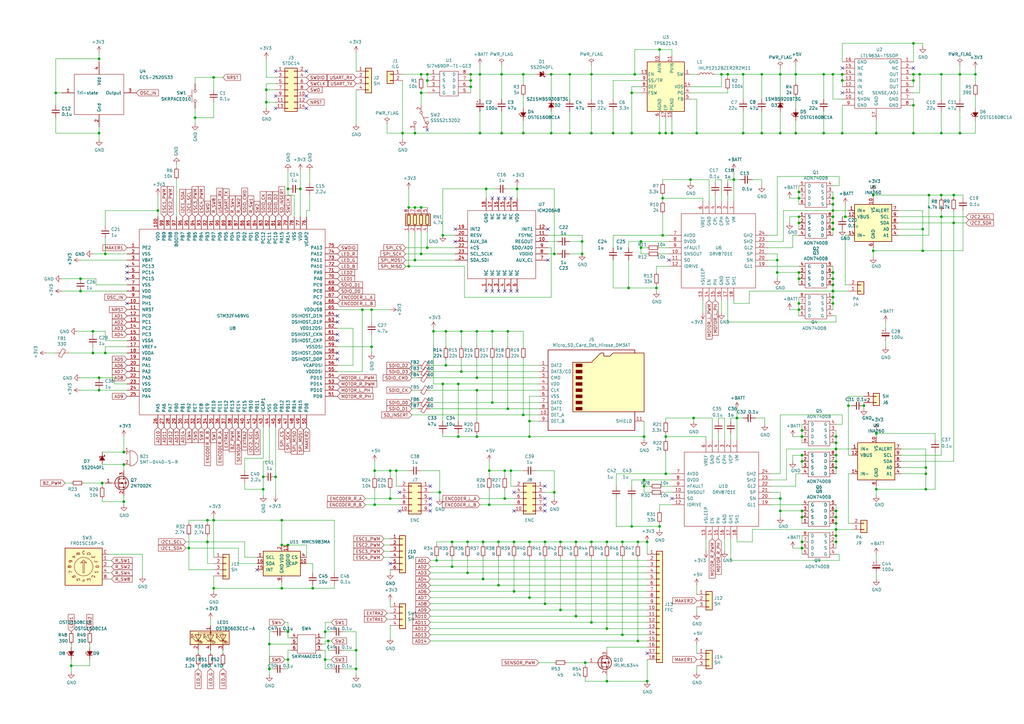
<source format=kicad_sch>
(kicad_sch (version 20211123) (generator eeschema)
  (paper "A3")
  (junction (at 271.78 96.52))
  (junction (at 128.27 241.3))
  (junction (at 341.63 83.82))
  (junction (at 320.04 209.55))
  (junction (at 379.73 200.66))
  (junction (at 187.96 157.48))
  (junction (at 327.66 124.46))
  (junction (at 85.09 222.25))
  (junction (at 342.9 191.77))
  (junction (at 374.65 17.78))
  (junction (at 146.05 274.32))
  (junction (at 320.04 204.47))
  (junction (at 295.91 30.48))
  (junction (at 240.03 271.78))
  (junction (at 377.19 30.48))
  (junction (at 328.93 209.55))
  (junction (at 38.1 144.78))
  (junction (at 358.14 80.01))
  (junction (at 320.04 54.61))
  (junction (at 181.61 157.48))
  (junction (at 214.63 170.18))
  (junction (at 85.09 213.36))
  (junction (at 189.23 135.89))
  (junction (at 261.62 222.25))
  (junction (at 189.23 152.4))
  (junction (at 262.89 99.06))
  (junction (at 50.8 185.42))
  (junction (at 153.67 207.01))
  (junction (at 342.9 209.55))
  (junction (at 386.08 54.61))
  (junction (at 386.08 88.9))
  (junction (at 345.44 30.48))
  (junction (at 304.8 54.61))
  (junction (at 227.33 104.14))
  (junction (at 195.58 154.94))
  (junction (at 271.78 81.28))
  (junction (at 284.48 171.45))
  (junction (at 207.01 193.04))
  (junction (at 251.46 54.61))
  (junction (at 227.33 201.93))
  (junction (at 162.56 193.04))
  (junction (at 337.82 30.48))
  (junction (at 193.04 30.48))
  (junction (at 204.47 222.25))
  (junction (at 152.4 142.24))
  (junction (at 312.42 54.61))
  (junction (at 87.63 213.36))
  (junction (at 29.21 273.05))
  (junction (at 80.01 48.26))
  (junction (at 185.42 232.41))
  (junction (at 327.66 81.28))
  (junction (at 50.8 190.5))
  (junction (at 359.41 200.66))
  (junction (at 107.95 200.66))
  (junction (at 195.58 135.89))
  (junction (at 40.64 54.61))
  (junction (at 342.9 214.63))
  (junction (at 152.4 127))
  (junction (at 341.63 88.9))
  (junction (at 50.8 205.74))
  (junction (at 40.64 154.94))
  (junction (at 326.39 30.48))
  (junction (at 40.64 160.02))
  (junction (at 236.22 222.25))
  (junction (at 328.93 189.23))
  (junction (at 40.64 24.13))
  (junction (at 170.18 85.09))
  (junction (at 242.57 30.48))
  (junction (at 255.27 222.25))
  (junction (at 123.19 77.47))
  (junction (at 110.49 264.16))
  (junction (at 199.39 77.47))
  (junction (at 181.61 96.52))
  (junction (at 198.12 237.49))
  (junction (at 262.89 101.6))
  (junction (at 273.05 194.31))
  (junction (at 229.87 222.25))
  (junction (at 341.63 116.84))
  (junction (at 391.16 91.44))
  (junction (at 43.18 104.14))
  (junction (at 182.88 135.89))
  (junction (at 43.18 144.78))
  (junction (at 214.63 30.48))
  (junction (at 374.65 54.61))
  (junction (at 208.28 167.64))
  (junction (at 172.72 85.09))
  (junction (at 270.51 215.9))
  (junction (at 341.63 111.76))
  (junction (at 273.05 179.07))
  (junction (at 341.63 91.44))
  (junction (at 201.93 165.1))
  (junction (at 326.39 54.61))
  (junction (at 196.85 30.48))
  (junction (at 341.63 124.46))
  (junction (at 217.17 245.11))
  (junction (at 182.88 149.86))
  (junction (at 264.16 199.39))
  (junction (at 318.77 106.68))
  (junction (at 200.66 207.01))
  (junction (at 378.46 102.87))
  (junction (at 358.14 102.87))
  (junction (at 328.93 224.79))
  (junction (at 265.43 222.25))
  (junction (at 285.75 54.61))
  (junction (at 185.42 222.25))
  (junction (at 226.06 30.48))
  (junction (at 342.9 186.69))
  (junction (at 341.63 30.48))
  (junction (at 265.43 279.4))
  (junction (at 223.52 222.25))
  (junction (at 341.63 93.98))
  (junction (at 300.99 73.66))
  (junction (at 118.11 223.52))
  (junction (at 210.82 222.25))
  (junction (at 259.08 215.9))
  (junction (at 191.77 234.95))
  (junction (at 118.11 77.47))
  (junction (at 118.11 259.08))
  (junction (at 208.28 135.89))
  (junction (at 148.59 127))
  (junction (at 165.1 54.61))
  (junction (at 327.66 91.44))
  (junction (at 270.51 20.32))
  (junction (at 378.46 93.98))
  (junction (at 146.05 266.7))
  (junction (at 115.57 223.52))
  (junction (at 393.7 54.61))
  (junction (at 115.57 213.36))
  (junction (at 109.22 41.91))
  (junction (at 354.33 166.37))
  (junction (at 259.08 38.1))
  (junction (at 217.17 179.07))
  (junction (at 341.63 114.3))
  (junction (at 342.9 189.23))
  (junction (at 342.9 184.15))
  (junction (at 379.73 194.31))
  (junction (at 320.04 30.48))
  (junction (at 33.02 119.38))
  (junction (at 302.26 171.45))
  (junction (at 33.02 114.3))
  (junction (at 191.77 222.25))
  (junction (at 205.74 30.48))
  (junction (at 269.24 118.11))
  (junction (at 87.63 241.3))
  (junction (at 275.59 54.61))
  (junction (at 172.72 38.1))
  (junction (at 204.47 240.03))
  (junction (at 242.57 54.61))
  (junction (at 110.49 274.32))
  (junction (at 134.62 262.89))
  (junction (at 64.77 86.36))
  (junction (at 374.65 33.02))
  (junction (at 214.63 54.61))
  (junction (at 260.35 30.48))
  (junction (at 87.63 31.75))
  (junction (at 342.9 181.61))
  (junction (at 195.58 179.07))
  (junction (at 264.16 179.07))
  (junction (at 118.11 270.51))
  (junction (at 205.74 54.61))
  (junction (at 341.63 86.36))
  (junction (at 270.51 54.61))
  (junction (at 113.03 195.58))
  (junction (at 248.92 222.25))
  (junction (at 180.34 201.93))
  (junction (at 242.57 255.27))
  (junction (at 328.93 222.25))
  (junction (at 160.02 204.47))
  (junction (at 195.58 160.02))
  (junction (at 238.76 99.06))
  (junction (at 212.09 77.47))
  (junction (at 327.66 88.9))
  (junction (at 193.04 33.02))
  (junction (at 198.12 222.25))
  (junction (at 38.1 135.89))
  (junction (at 327.66 111.76))
  (junction (at 328.93 176.53))
  (junction (at 298.45 30.48))
  (junction (at 172.72 30.48))
  (junction (at 107.95 195.58))
  (junction (at 342.9 179.07))
  (junction (at 193.04 35.56))
  (junction (at 273.05 54.61))
  (junction (at 229.87 250.19))
  (junction (at 109.22 36.83))
  (junction (at 207.01 204.47))
  (junction (at 328.93 186.69))
  (junction (at 233.68 30.48))
  (junction (at 327.66 78.74))
  (junction (at 259.08 54.61))
  (junction (at 400.05 30.48))
  (junction (at 359.41 177.8))
  (junction (at 328.93 179.07))
  (junction (at 386.08 80.01))
  (junction (at 242.57 222.25))
  (junction (at 283.21 73.66))
  (junction (at 196.85 54.61))
  (junction (at 327.66 114.3))
  (junction (at 345.44 33.02))
  (junction (at 342.9 219.71))
  (junction (at 175.26 101.6))
  (junction (at 160.02 193.04))
  (junction (at 347.98 166.37))
  (junction (at 238.76 104.14))
  (junction (at 201.93 135.89))
  (junction (at 248.92 257.81))
  (junction (at 209.55 193.04))
  (junction (at 342.9 217.17))
  (junction (at 374.65 43.18))
  (junction (at 342.9 222.25))
  (junction (at 393.7 30.48))
  (junction (at 167.64 85.09))
  (junction (at 341.63 121.92))
  (junction (at 167.64 109.22))
  (junction (at 175.26 30.48))
  (junction (at 115.57 241.3))
  (junction (at 346.71 88.9))
  (junction (at 341.63 81.28))
  (junction (at 217.17 172.72))
  (junction (at 236.22 252.73))
  (junction (at 41.91 198.12))
  (junction (at 379.73 191.77))
  (junction (at 345.44 54.61))
  (junction (at 386.08 30.48))
  (junction (at 179.07 229.87))
  (junction (at 261.62 262.89))
  (junction (at 328.93 212.09))
  (junction (at 210.82 242.57))
  (junction (at 226.06 54.61))
  (junction (at 304.8 30.48))
  (junction (at 170.18 54.61))
  (junction (at 374.65 30.48))
  (junction (at 177.8 135.89))
  (junction (at 77.47 224.79))
  (junction (at 170.18 106.68))
  (junction (at 200.66 193.04))
  (junction (at 255.27 260.35))
  (junction (at 341.63 119.38))
  (junction (at 318.77 111.76))
  (junction (at 22.86 38.1))
  (junction (at 264.16 196.85))
  (junction (at 391.16 80.01))
  (junction (at 175.26 33.02))
  (junction (at 187.96 179.07))
  (junction (at 381 80.01))
  (junction (at 342.9 212.09))
  (junction (at 359.41 54.61))
  (junction (at 327.66 127))
  (junction (at 233.68 54.61))
  (junction (at 337.82 54.61))
  (junction (at 257.81 118.11))
  (junction (at 248.92 279.4))
  (junction (at 223.52 247.65))
  (junction (at 133.35 270.51))
  (junction (at 133.35 259.08))
  (junction (at 312.42 30.48))
  (junction (at 217.17 222.25))
  (junction (at 153.67 193.04))
  (junction (at 172.72 104.14))
  (no_connect (at 207.01 119.38))
  (no_connect (at 138.43 137.16))
  (no_connect (at 52.07 111.76))
  (no_connect (at 138.43 129.54))
  (no_connect (at 186.69 99.06))
  (no_connect (at 138.43 139.7))
  (no_connect (at 223.52 199.39))
  (no_connect (at 125.73 39.37))
  (no_connect (at 223.52 209.55))
  (no_connect (at 274.32 106.68))
  (no_connect (at 176.53 207.01))
  (no_connect (at 176.53 209.55))
  (no_connect (at 163.83 201.93))
  (no_connect (at 138.43 132.08))
  (no_connect (at 204.47 81.28))
  (no_connect (at 138.43 147.32))
  (no_connect (at 374.65 27.94))
  (no_connect (at 52.07 124.46))
  (no_connect (at 224.79 106.68))
  (no_connect (at 201.93 119.38))
  (no_connect (at 209.55 81.28))
  (no_connect (at 275.59 204.47))
  (no_connect (at 345.44 38.1))
  (no_connect (at 186.69 93.98))
  (no_connect (at 176.53 199.39))
  (no_connect (at 113.03 44.45))
  (no_connect (at 163.83 209.55))
  (no_connect (at 105.41 233.68))
  (no_connect (at 113.03 29.21))
  (no_connect (at 224.79 93.98))
  (no_connect (at 52.07 109.22))
  (no_connect (at 201.93 81.28))
  (no_connect (at 175.26 53.34))
  (no_connect (at 52.07 114.3))
  (no_connect (at 176.53 204.47))
  (no_connect (at 160.02 231.14))
  (no_connect (at 209.55 119.38))
  (no_connect (at 204.47 119.38))
  (no_connect (at 223.52 207.01))
  (no_connect (at 207.01 81.28))
  (no_connect (at 223.52 204.47))
  (no_connect (at 125.73 44.45))
  (no_connect (at 265.43 267.97))
  (no_connect (at 345.44 27.94))
  (no_connect (at 199.39 119.38))
  (no_connect (at 138.43 144.78))
  (no_connect (at 113.03 39.37))
  (no_connect (at 210.82 201.93))
  (no_connect (at 125.73 29.21))
  (no_connect (at 210.82 209.55))
  (no_connect (at 212.09 119.38))
  (wire (pts (xy 273.05 48.26) (xy 273.05 54.61)))
  (wire (pts (xy 252.73 194.31) (xy 273.05 194.31)))
  (wire (pts (xy 182.88 149.86) (xy 220.98 149.86)))
  (wire (pts (xy 226.06 30.48) (xy 233.68 30.48)))
  (wire (pts (xy 22.86 48.26) (xy 22.86 54.61)))
  (wire (pts (xy 220.98 172.72) (xy 217.17 172.72)))
  (wire (pts (xy 341.63 119.38) (xy 307.34 119.38)))
  (wire (pts (xy 176.53 260.35) (xy 255.27 260.35)))
  (wire (pts (xy 26.67 198.12) (xy 29.21 198.12)))
  (wire (pts (xy 133.35 264.16) (xy 132.08 264.16)))
  (wire (pts (xy 185.42 223.52) (xy 185.42 222.25)))
  (wire (pts (xy 386.08 45.72) (xy 386.08 54.61)))
  (wire (pts (xy 196.85 30.48) (xy 205.74 30.48)))
  (wire (pts (xy 152.4 137.16) (xy 152.4 142.24)))
  (wire (pts (xy 341.63 119.38) (xy 347.98 119.38)))
  (wire (pts (xy 40.64 21.59) (xy 40.64 24.13)))
  (wire (pts (xy 38.1 142.24) (xy 38.1 144.78)))
  (wire (pts (xy 342.9 189.23) (xy 342.9 186.69)))
  (wire (pts (xy 195.58 154.94) (xy 176.53 154.94)))
  (wire (pts (xy 204.47 228.6) (xy 204.47 240.03)))
  (wire (pts (xy 299.72 171.45) (xy 299.72 172.72)))
  (wire (pts (xy 345.44 43.18) (xy 345.44 54.61)))
  (wire (pts (xy 110.49 264.16) (xy 119.38 264.16)))
  (wire (pts (xy 354.33 167.64) (xy 354.33 166.37)))
  (wire (pts (xy 204.47 240.03) (xy 265.43 240.03)))
  (wire (pts (xy 270.51 207.01) (xy 270.51 209.55)))
  (wire (pts (xy 224.79 104.14) (xy 227.33 104.14)))
  (wire (pts (xy 285.75 54.61) (xy 275.59 54.61)))
  (wire (pts (xy 172.72 193.04) (xy 180.34 193.04)))
  (wire (pts (xy 233.68 99.06) (xy 238.76 99.06)))
  (wire (pts (xy 300.99 73.66) (xy 303.53 73.66)))
  (wire (pts (xy 77.47 219.71) (xy 77.47 224.79)))
  (wire (pts (xy 302.26 171.45) (xy 302.26 180.34)))
  (wire (pts (xy 312.42 73.66) (xy 312.42 76.2)))
  (wire (pts (xy 87.63 48.26) (xy 80.01 48.26)))
  (wire (pts (xy 345.44 54.61) (xy 337.82 54.61)))
  (wire (pts (xy 345.44 17.78) (xy 374.65 17.78)))
  (wire (pts (xy 227.33 104.14) (xy 227.33 77.47)))
  (wire (pts (xy 265.43 257.81) (xy 248.92 257.81)))
  (wire (pts (xy 165.1 54.61) (xy 165.1 57.15)))
  (wire (pts (xy 166.37 106.68) (xy 170.18 106.68)))
  (wire (pts (xy 270.51 48.26) (xy 270.51 54.61)))
  (wire (pts (xy 110.49 274.32) (xy 110.49 276.86)))
  (wire (pts (xy 52.07 142.24) (xy 43.18 142.24)))
  (wire (pts (xy 170.18 85.09) (xy 172.72 85.09)))
  (wire (pts (xy 50.8 205.74) (xy 41.91 205.74)))
  (wire (pts (xy 264.16 199.39) (xy 264.16 196.85)))
  (wire (pts (xy 298.45 30.48) (xy 295.91 30.48)))
  (wire (pts (xy 240.03 273.05) (xy 240.03 271.78)))
  (wire (pts (xy 377.19 30.48) (xy 386.08 30.48)))
  (wire (pts (xy 195.58 147.32) (xy 195.58 154.94)))
  (wire (pts (xy 107.95 189.23) (xy 110.49 189.23)))
  (wire (pts (xy 248.92 222.25) (xy 242.57 222.25)))
  (wire (pts (xy 182.88 135.89) (xy 189.23 135.89)))
  (wire (pts (xy 328.93 222.25) (xy 328.93 219.71)))
  (wire (pts (xy 328.93 179.07) (xy 328.93 181.61)))
  (wire (pts (xy 271.78 81.28) (xy 271.78 82.55)))
  (wire (pts (xy 345.44 33.02) (xy 345.44 30.48)))
  (wire (pts (xy 22.86 43.18) (xy 22.86 38.1)))
  (wire (pts (xy 153.67 193.04) (xy 160.02 193.04)))
  (wire (pts (xy 262.89 99.06) (xy 257.81 99.06)))
  (wire (pts (xy 40.64 24.13) (xy 40.64 25.4)))
  (wire (pts (xy 300.99 73.66) (xy 300.99 82.55)))
  (wire (pts (xy 208.28 142.24) (xy 208.28 135.89)))
  (wire (pts (xy 182.88 142.24) (xy 182.88 135.89)))
  (wire (pts (xy 328.93 209.55) (xy 320.04 209.55)))
  (wire (pts (xy 116.84 274.32) (xy 118.11 274.32)))
  (wire (pts (xy 307.34 124.46) (xy 300.99 124.46)))
  (wire (pts (xy 77.47 224.79) (xy 97.79 224.79)))
  (wire (pts (xy 153.67 207.01) (xy 149.86 207.01)))
  (wire (pts (xy 208.28 135.89) (xy 214.63 135.89)))
  (wire (pts (xy 345.44 54.61) (xy 359.41 54.61)))
  (wire (pts (xy 341.63 109.22) (xy 341.63 111.76)))
  (wire (pts (xy 76.2 224.79) (xy 77.47 224.79)))
  (wire (pts (xy 40.64 54.61) (xy 40.64 57.15)))
  (wire (pts (xy 50.8 179.07) (xy 50.8 185.42)))
  (wire (pts (xy 229.87 228.6) (xy 229.87 250.19)))
  (wire (pts (xy 312.42 30.48) (xy 312.42 40.64)))
  (wire (pts (xy 33.02 106.68) (xy 52.07 106.68)))
  (wire (pts (xy 393.7 26.67) (xy 393.7 30.48)))
  (wire (pts (xy 217.17 228.6) (xy 217.17 245.11)))
  (wire (pts (xy 265.43 232.41) (xy 185.42 232.41)))
  (wire (pts (xy 265.43 262.89) (xy 261.62 262.89)))
  (wire (pts (xy 160.02 246.38) (xy 160.02 248.92)))
  (wire (pts (xy 288.29 81.28) (xy 288.29 82.55)))
  (wire (pts (xy 180.34 193.04) (xy 180.34 201.93)))
  (wire (pts (xy 242.57 228.6) (xy 242.57 255.27)))
  (wire (pts (xy 346.71 96.52) (xy 347.98 96.52)))
  (wire (pts (xy 50.8 190.5) (xy 41.91 190.5)))
  (wire (pts (xy 46.99 157.48) (xy 52.07 157.48)))
  (wire (pts (xy 363.22 132.08) (xy 363.22 134.62)))
  (wire (pts (xy 200.66 195.58) (xy 200.66 193.04)))
  (wire (pts (xy 185.42 228.6) (xy 185.42 232.41)))
  (wire (pts (xy 295.91 123.19) (xy 295.91 128.27)))
  (wire (pts (xy 321.31 99.06) (xy 314.96 99.06)))
  (wire (pts (xy 207.01 195.58) (xy 207.01 193.04)))
  (wire (pts (xy 196.85 45.72) (xy 196.85 54.61)))
  (wire (pts (xy 168.91 160.02) (xy 171.45 160.02)))
  (wire (pts (xy 166.37 101.6) (xy 175.26 101.6)))
  (wire (pts (xy 322.58 196.85) (xy 316.23 196.85)))
  (wire (pts (xy 177.8 157.48) (xy 181.61 157.48)))
  (wire (pts (xy 265.43 247.65) (xy 223.52 247.65)))
  (wire (pts (xy 257.81 99.06) (xy 257.81 101.6)))
  (wire (pts (xy 341.63 114.3) (xy 341.63 116.84)))
  (wire (pts (xy 200.66 189.23) (xy 200.66 193.04)))
  (wire (pts (xy 166.37 109.22) (xy 167.64 109.22)))
  (wire (pts (xy 223.52 228.6) (xy 223.52 247.65)))
  (wire (pts (xy 207.01 193.04) (xy 209.55 193.04)))
  (wire (pts (xy 172.72 38.1) (xy 172.72 43.18)))
  (wire (pts (xy 347.98 166.37) (xy 347.98 186.69)))
  (wire (pts (xy 304.8 30.48) (xy 312.42 30.48)))
  (wire (pts (xy 181.61 172.72) (xy 181.61 157.48)))
  (wire (pts (xy 383.54 177.8) (xy 383.54 180.34)))
  (wire (pts (xy 275.59 207.01) (xy 270.51 207.01)))
  (wire (pts (xy 342.9 184.15) (xy 342.9 181.61)))
  (wire (pts (xy 107.95 175.26) (xy 107.95 187.96)))
  (wire (pts (xy 328.93 212.09) (xy 328.93 209.55)))
  (wire (pts (xy 342.9 207.01) (xy 342.9 209.55)))
  (wire (pts (xy 259.08 215.9) (xy 259.08 204.47)))
  (wire (pts (xy 386.08 88.9) (xy 396.24 88.9)))
  (wire (pts (xy 187.96 172.72) (xy 187.96 157.48)))
  (wire (pts (xy 261.62 223.52) (xy 261.62 222.25)))
  (wire (pts (xy 325.12 186.69) (xy 328.93 186.69)))
  (wire (pts (xy 176.53 149.86) (xy 182.88 149.86)))
  (wire (pts (xy 109.22 41.91) (xy 109.22 36.83)))
  (wire (pts (xy 172.72 85.09) (xy 175.26 85.09)))
  (wire (pts (xy 378.46 102.87) (xy 358.14 102.87)))
  (wire (pts (xy 87.63 36.83) (xy 87.63 31.75)))
  (wire (pts (xy 138.43 142.24) (xy 152.4 142.24)))
  (wire (pts (xy 43.18 139.7) (xy 52.07 139.7)))
  (wire (pts (xy 312.42 45.72) (xy 312.42 54.61)))
  (wire (pts (xy 347.98 186.69) (xy 349.25 186.69)))
  (wire (pts (xy 269.24 118.11) (xy 257.81 118.11)))
  (wire (pts (xy 175.26 38.1) (xy 172.72 38.1)))
  (wire (pts (xy 181.61 179.07) (xy 187.96 179.07)))
  (wire (pts (xy 181.61 96.52) (xy 181.61 77.47)))
  (wire (pts (xy 170.18 53.34) (xy 170.18 54.61)))
  (wire (pts (xy 260.35 20.32) (xy 270.51 20.32)))
  (wire (pts (xy 318.77 104.14) (xy 314.96 104.14)))
  (wire (pts (xy 100.33 187.96) (xy 100.33 193.04)))
  (wire (pts (xy 179.07 228.6) (xy 179.07 229.87)))
  (wire (pts (xy 22.86 38.1) (xy 22.86 24.13)))
  (wire (pts (xy 242.57 222.25) (xy 236.22 222.25)))
  (wire (pts (xy 347.98 194.31) (xy 349.25 194.31)))
  (wire (pts (xy 226.06 54.61) (xy 233.68 54.61)))
  (wire (pts (xy 170.18 54.61) (xy 165.1 54.61)))
  (wire (pts (xy 168.91 152.4) (xy 171.45 152.4)))
  (wire (pts (xy 214.63 39.37) (xy 214.63 44.45)))
  (wire (pts (xy 191.77 234.95) (xy 265.43 234.95)))
  (wire (pts (xy 270.51 215.9) (xy 270.51 217.17)))
  (wire (pts (xy 110.49 259.08) (xy 110.49 264.16)))
  (wire (pts (xy 46.99 154.94) (xy 46.99 157.48)))
  (wire (pts (xy 158.75 251.46) (xy 160.02 251.46)))
  (wire (pts (xy 285.75 240.03) (xy 285.75 243.84)))
  (wire (pts (xy 325.12 189.23) (xy 325.12 186.69)))
  (wire (pts (xy 87.63 231.14) (xy 85.09 231.14)))
  (wire (pts (xy 400.05 39.37) (xy 400.05 44.45)))
  (wire (pts (xy 118.11 255.27) (xy 118.11 259.08)))
  (wire (pts (xy 270.51 22.86) (xy 270.51 20.32)))
  (wire (pts (xy 274.32 99.06) (xy 262.89 99.06)))
  (wire (pts (xy 40.64 160.02) (xy 52.07 160.02)))
  (wire (pts (xy 326.39 199.39) (xy 326.39 194.31)))
  (wire (pts (xy 91.44 31.75) (xy 87.63 31.75)))
  (wire (pts (xy 87.63 213.36) (xy 115.57 213.36)))
  (wire (pts (xy 198.12 237.49) (xy 176.53 237.49)))
  (wire (pts (xy 285.75 248.92) (xy 285.75 251.46)))
  (wire (pts (xy 298.45 30.48) (xy 304.8 30.48)))
  (wire (pts (xy 271.78 74.93) (xy 271.78 73.66)))
  (wire (pts (xy 379.73 184.15) (xy 379.73 191.77)))
  (wire (pts (xy 187.96 177.8) (xy 187.96 179.07)))
  (wire (pts (xy 252.73 194.31) (xy 252.73 199.39)))
  (wire (pts (xy 107.95 200.66) (xy 107.95 195.58)))
  (wire (pts (xy 109.22 34.29) (xy 113.03 34.29)))
  (wire (pts (xy 252.73 215.9) (xy 259.08 215.9)))
  (wire (pts (xy 29.21 275.59) (xy 29.21 273.05)))
  (wire (pts (xy 359.41 177.8) (xy 383.54 177.8)))
  (wire (pts (xy 374.65 17.78) (xy 374.65 25.4)))
  (wire (pts (xy 40.64 154.94) (xy 46.99 154.94)))
  (wire (pts (xy 347.98 116.84) (xy 346.71 116.84)))
  (wire (pts (xy 135.89 259.08) (xy 133.35 259.08)))
  (wire (pts (xy 208.28 167.64) (xy 176.53 167.64)))
  (wire (pts (xy 146.05 21.59) (xy 146.05 29.21)))
  (wire (pts (xy 148.59 152.4) (xy 138.43 152.4)))
  (wire (pts (xy 171.45 167.64) (xy 168.91 167.64)))
  (wire (pts (xy 91.44 266.7) (xy 91.44 267.97)))
  (wire (pts (xy 196.85 26.67) (xy 196.85 30.48)))
  (wire (pts (xy 270.51 101.6) (xy 274.32 101.6)))
  (wire (pts (xy 146.05 259.08) (xy 146.05 266.7)))
  (wire (pts (xy 227.33 193.04) (xy 227.33 201.93)))
  (wire (pts (xy 327.66 114.3) (xy 327.66 111.76)))
  (wire (pts (xy 302.26 167.64) (xy 302.26 171.45)))
  (wire (pts (xy 86.36 266.7) (xy 86.36 267.97)))
  (wire (pts (xy 341.63 111.76) (xy 341.63 114.3)))
  (wire (pts (xy 359.41 177.8) (xy 359.41 179.07)))
  (wire (pts (xy 393.7 30.48) (xy 393.7 40.64)))
  (wire (pts (xy 292.1 180.34) (xy 292.1 171.45)))
  (wire (pts (xy 190.5 109.22) (xy 190.5 121.92)))
  (wire (pts (xy 22.86 24.13) (xy 40.64 24.13)))
  (wire (pts (xy 308.61 222.25) (xy 302.26 222.25)))
  (wire (pts (xy 273.05 177.8) (xy 273.05 179.07)))
  (wire (pts (xy 76.2 222.25) (xy 85.09 222.25)))
  (wire (pts (xy 167.64 77.47) (xy 167.64 85.09)))
  (wire (pts (xy 135.89 255.27) (xy 133.35 255.27)))
  (wire (pts (xy 160.02 204.47) (xy 163.83 204.47)))
  (wire (pts (xy 200.66 207.01) (xy 200.66 200.66)))
  (wire (pts (xy 252.73 204.47) (xy 252.73 215.9)))
  (wire (pts (xy 320.04 201.93) (xy 316.23 201.93)))
  (wire (pts (xy 271.78 81.28) (xy 288.29 81.28)))
  (wire (pts (xy 77.47 233.68) (xy 87.63 233.68)))
  (wire (pts (xy 170.18 95.25) (xy 170.18 106.68)))
  (wire (pts (xy 201.93 135.89) (xy 208.28 135.89)))
  (wire (pts (xy 158.75 50.8) (xy 158.75 54.61)))
  (wire (pts (xy 386.08 30.48) (xy 393.7 30.48)))
  (wire (pts (xy 320.04 27.94) (xy 320.04 30.48)))
  (wire (pts (xy 195.58 142.24) (xy 195.58 135.89)))
  (wire (pts (xy 29.21 273.05) (xy 36.83 273.05)))
  (wire (pts (xy 295.91 35.56) (xy 295.91 30.48)))
  (wire (pts (xy 377.19 38.1) (xy 377.19 30.48)))
  (wire (pts (xy 304.8 45.72) (xy 304.8 54.61)))
  (wire (pts (xy 176.53 234.95) (xy 191.77 234.95)))
  (wire (pts (xy 342.9 222.25) (xy 342.9 224.79)))
  (wire (pts (xy 345.44 88.9) (xy 346.71 88.9)))
  (wire (pts (xy 210.82 223.52) (xy 210.82 222.25)))
  (wire (pts (xy 87.63 241.3) (xy 115.57 241.3)))
  (wire (pts (xy 304.8 40.64) (xy 304.8 30.48)))
  (wire (pts (xy 72.39 73.66) (xy 72.39 88.9)))
  (wire (pts (xy 337.82 45.72) (xy 337.82 54.61)))
  (wire (pts (xy 38.1 135.89) (xy 43.18 135.89)))
  (wire (pts (xy 233.68 45.72) (xy 233.68 54.61)))
  (wire (pts (xy 125.73 228.6) (xy 125.73 223.52)))
  (wire (pts (xy 38.1 144.78) (xy 43.18 144.78)))
  (wire (pts (xy 217.17 222.25) (xy 210.82 222.25)))
  (wire (pts (xy 309.88 171.45) (xy 313.69 171.45)))
  (wire (pts (xy 85.09 213.36) (xy 77.47 213.36)))
  (wire (pts (xy 227.33 201.93) (xy 223.52 201.93)))
  (wire (pts (xy 318.77 96.52) (xy 318.77 72.39)))
  (wire (pts (xy 242.57 26.67) (xy 242.57 30.48)))
  (wire (pts (xy 378.46 19.05) (xy 378.46 17.78)))
  (wire (pts (xy 314.96 96.52) (xy 318.77 96.52)))
  (wire (pts (xy 209.55 193.04) (xy 214.63 193.04)))
  (wire (pts (xy 285.75 273.05) (xy 285.75 275.59)))
  (wire (pts (xy 229.87 223.52) (xy 229.87 222.25)))
  (wire (pts (xy 264.16 201.93) (xy 264.16 199.39)))
  (wire (pts (xy 214.63 135.89) (xy 214.63 142.24)))
  (wire (pts (xy 323.85 127) (xy 327.66 127)))
  (wire (pts (xy 342.9 184.15) (xy 349.25 184.15)))
  (wire (pts (xy 172.72 38.1) (xy 172.72 36.83)))
  (wire (pts (xy 312.42 30.48) (xy 320.04 30.48)))
  (wire (pts (xy 58.42 227.33) (xy 58.42 236.22)))
  (wire (pts (xy 233.68 30.48) (xy 242.57 30.48)))
  (wire (pts (xy 58.42 227.33) (xy 44.45 227.33)))
  (wire (pts (xy 273.05 194.31) (xy 275.59 194.31)))
  (wire (pts (xy 212.09 77.47) (xy 212.09 76.2)))
  (wire (pts (xy 165.1 30.48) (xy 172.72 30.48)))
  (wire (pts (xy 326.39 54.61) (xy 337.82 54.61)))
  (wire (pts (xy 176.53 255.27) (xy 242.57 255.27)))
  (wire (pts (xy 298.45 36.83) (xy 298.45 38.1)))
  (wire (pts (xy 190.5 121.92) (xy 226.06 121.92)))
  (wire (pts (xy 374.65 54.61) (xy 386.08 54.61)))
  (wire (pts (xy 271.78 73.66) (xy 283.21 73.66)))
  (wire (pts (xy 251.46 96.52) (xy 271.78 96.52)))
  (wire (pts (xy 275.59 201.93) (xy 271.78 201.93)))
  (wire (pts (xy 209.55 199.39) (xy 209.55 193.04)))
  (wire (pts (xy 359.41 176.53) (xy 359.41 177.8)))
  (wire (pts (xy 342.9 191.77) (xy 342.9 189.23)))
  (wire (pts (xy 327.66 76.2) (xy 327.66 78.74)))
  (wire (pts (xy 31.75 135.89) (xy 38.1 135.89)))
  (wire (pts (xy 346.71 116.84) (xy 346.71 96.52)))
  (wire (pts (xy 394.97 102.87) (xy 378.46 102.87)))
  (wire (pts (xy 214.63 170.18) (xy 220.98 170.18)))
  (wire (pts (xy 191.77 223.52) (xy 191.77 222.25)))
  (wire (pts (xy 298.45 31.75) (xy 298.45 30.48)))
  (wire (pts (xy 248.92 223.52) (xy 248.92 222.25)))
  (wire (pts (xy 167.64 85.09) (xy 170.18 85.09)))
  (wire (pts (xy 262.89 33.02) (xy 251.46 33.02)))
  (wire (pts (xy 325.12 224.79) (xy 328.93 224.79)))
  (wire (pts (xy 314.96 106.68) (xy 318.77 106.68)))
  (wire (pts (xy 152.4 127) (xy 148.59 127)))
  (wire (pts (xy 337.82 30.48) (xy 341.63 30.48)))
  (wire (pts (xy 328.93 227.33) (xy 328.93 224.79)))
  (wire (pts (xy 187.96 179.07) (xy 195.58 179.07)))
  (wire (pts (xy 369.57 189.23) (xy 391.16 189.23)))
  (wire (pts (xy 341.63 30.48) (xy 345.44 30.48)))
  (wire (pts (xy 341.63 86.36) (xy 347.98 86.36)))
  (wire (pts (xy 265.43 222.25) (xy 265.43 227.33)))
  (wire (pts (xy 341.63 124.46) (xy 341.63 127)))
  (wire (pts (xy 137.16 240.03) (xy 137.16 241.3)))
  (wire (pts (xy 207.01 204.47) (xy 210.82 204.47)))
  (wire (pts (xy 262.89 38.1) (xy 259.08 38.1)))
  (wire (pts (xy 294.64 171.45) (xy 294.64 172.72)))
  (wire (pts (xy 326.39 26.67) (xy 326.39 30.48)))
  (wire (pts (xy 233.68 30.48) (xy 233.68 40.64)))
  (wire (pts (xy 275.59 196.85) (xy 264.16 196.85)))
  (wire (pts (xy 81.28 273.05) (xy 81.28 274.32)))
  (wire (pts (xy 271.78 96.52) (xy 274.32 96.52)))
  (wire (pts (xy 265.43 104.14) (xy 262.89 104.14)))
  (wire (pts (xy 107.95 203.2) (xy 107.95 200.66)))
  (wire (pts (xy 269.24 109.22) (xy 269.24 111.76)))
  (wire (pts (xy 238.76 99.06) (xy 238.76 104.14)))
  (wire (pts (xy 226.06 121.92) (xy 226.06 101.6)))
  (wire (pts (xy 41.91 204.47) (xy 41.91 205.74)))
  (wire (pts (xy 208.28 77.47) (xy 212.09 77.47)))
  (wire (pts (xy 198.12 222.25) (xy 191.77 222.25)))
  (wire (pts (xy 160.02 193.04) (xy 162.56 193.04)))
  (wire (pts (xy 394.97 80.01) (xy 394.97 81.28)))
  (wire (pts (xy 341.63 40.64) (xy 341.63 30.48)))
  (wire (pts (xy 87.63 31.75) (xy 80.01 31.75)))
  (wire (pts (xy 217.17 179.07) (xy 264.16 179.07)))
  (wire (pts (xy 144.78 149.86) (xy 144.78 134.62)))
  (wire (pts (xy 320.04 194.31) (xy 320.04 170.18)))
  (wire (pts (xy 233.68 54.61) (xy 242.57 54.61)))
  (wire (pts (xy 289.56 226.06) (xy 289.56 220.98)))
  (wire (pts (xy 44.45 229.87) (xy 45.72 229.87)))
  (wire (pts (xy 374.65 40.64) (xy 374.65 43.18)))
  (wire (pts (xy 196.85 54.61) (xy 205.74 54.61)))
  (wire (pts (xy 295.91 73.66) (xy 293.37 73.66)))
  (wire (pts (xy 107.95 195.58) (xy 107.95 189.23)))
  (wire (pts (xy 242.57 223.52) (xy 242.57 222.25)))
  (wire (pts (xy 193.04 35.56) (xy 193.04 33.02)))
  (wire (pts (xy 342.9 129.54) (xy 341.63 129.54)))
  (wire (pts (xy 220.98 167.64) (xy 208.28 167.64)))
  (wire (pts (xy 368.3 91.44) (xy 391.16 91.44)))
  (wire (pts (xy 138.43 149.86) (xy 144.78 149.86)))
  (wire (pts (xy 265.43 265.43) (xy 248.92 265.43)))
  (wire (pts (xy 33.02 160.02) (xy 40.64 160.02)))
  (wire (pts (xy 318.77 72.39) (xy 344.17 72.39)))
  (wire (pts (xy 127 80.01) (xy 127 86.36)))
  (wire (pts (xy 320.04 209.55) (xy 320.04 204.47)))
  (wire (pts (xy 347.98 214.63) (xy 347.98 194.31)))
  (wire (pts (xy 186.69 96.52) (xy 181.61 96.52)))
  (wire (pts (xy 342.9 179.07) (xy 342.9 181.61)))
  (wire (pts (xy 327.66 93.98) (xy 327.66 91.44)))
  (wire (pts (xy 41.91 199.39) (xy 41.91 198.12)))
  (wire (pts (xy 116.84 270.51) (xy 118.11 270.51)))
  (wire (pts (xy 172.72 30.48) (xy 175.26 30.48)))
  (wire (pts (xy 200.66 193.04) (xy 207.01 193.04)))
  (wire (pts (xy 284.48 171.45) (xy 284.48 172.72)))
  (wire (pts (xy 320.04 40.64) (xy 320.04 30.48)))
  (wire (pts (xy 201.93 147.32) (xy 201.93 165.1)))
  (wire (pts (xy 220.98 154.94) (xy 195.58 154.94)))
  (wire (pts (xy 118.11 261.62) (xy 119.38 261.62)))
  (wire (pts (xy 160.02 200.66) (xy 160.02 204.47)))
  (wire (pts (xy 320.04 54.61) (xy 326.39 54.61)))
  (wire (pts (xy 140.97 274.32) (xy 146.05 274.32)))
  (wire (pts (xy 300.99 69.85) (xy 300.99 73.66)))
  (wire (pts (xy 342.9 209.55) (xy 342.9 212.09)))
  (wire (pts (xy 283.21 73.66) (xy 283.21 74.93)))
  (wire (pts (xy 299.72 220.98) (xy 299.72 229.87)))
  (wire (pts (xy 43.18 144.78) (xy 52.07 144.78)))
  (wire (pts (xy 318.77 106.68) (xy 318.77 104.14)))
  (wire (pts (xy 260.35 30.48) (xy 260.35 20.32)))
  (wire (pts (xy 359.41 200.66) (xy 359.41 199.39)))
  (wire (pts (xy 118.11 270.51) (xy 118.11 266.7)))
  (wire (pts (xy 369.57 186.69) (xy 386.08 186.69)))
  (wire (pts (xy 177.8 135.89) (xy 182.88 135.89)))
  (wire (pts (xy 210.82 242.57) (xy 176.53 242.57)))
  (wire (pts (xy 341.63 116.84) (xy 341.63 119.38)))
  (wire (pts (xy 140.97 266.7) (xy 146.05 266.7)))
  (wire (pts (xy 85.09 222.25) (xy 85.09 231.14)))
  (wire (pts (xy 201.93 165.1) (xy 220.98 165.1)))
  (wire (pts (xy 153.67 195.58) (xy 153.67 193.04)))
  (wire (pts (xy 133.35 266.7) (xy 132.08 266.7)))
  (wire (pts (xy 292.1 171.45) (xy 284.48 171.45)))
  (wire (pts (xy 195.58 172.72) (xy 195.58 160.02)))
  (wire (pts (xy 134.62 262.89) (xy 133.35 262.89)))
  (wire (pts (xy 196.85 30.48) (xy 193.04 30.48)))
  (wire (pts (xy 220.98 162.56) (xy 217.17 162.56)))
  (wire (pts (xy 195.58 135.89) (xy 201.93 135.89)))
  (wire (pts (xy 240.03 271.78) (xy 241.3 271.78)))
  (wire (pts (xy 341.63 78.74) (xy 341.63 81.28)))
  (wire (pts (xy 271.78 87.63) (xy 271.78 96.52)))
  (wire (pts (xy 374.65 33.02) (xy 374.65 30.48)))
  (wire (pts (xy 308.61 217.17) (xy 308.61 222.25)))
  (wire (pts (xy 314.96 109.22) (xy 327.66 109.22)))
  (wire (pts (xy 25.4 38.1) (xy 22.86 38.1)))
  (wire (pts (xy 294.64 177.8) (xy 294.64 180.34)))
  (wire (pts (xy 314.96 101.6) (xy 325.12 101.6)))
  (wire (pts (xy 219.71 193.04) (xy 227.33 193.04)))
  (wire (pts (xy 400.05 30.48) (xy 400.05 34.29)))
  (wire (pts (xy 77.47 224.79) (xy 77.47 233.68)))
  (wire (pts (xy 327.66 81.28) (xy 327.66 83.82)))
  (wire (pts (xy 359.41 49.53) (xy 359.41 54.61)))
  (wire (pts (xy 43.18 86.36) (xy 64.77 86.36)))
  (wire (pts (xy 271.78 80.01) (xy 271.78 81.28)))
  (wire (pts (xy 87.63 213.36) (xy 87.63 228.6)))
  (wire (pts (xy 50.8 207.01) (xy 50.8 205.74)))
  (wire (pts (xy 152.4 142.24) (xy 152.4 144.78)))
  (wire (pts (xy 217.17 172.72) (xy 217.17 179.07)))
  (wire (pts (xy 265.43 252.73) (xy 236.22 252.73)))
  (wire (pts (xy 227.33 104.14) (xy 228.6 104.14)))
  (wire (pts (xy 81.28 266.7) (xy 81.28 267.97)))
  (wire (pts (xy 27.94 144.78) (xy 38.1 144.78)))
  (wire (pts (xy 113.03 36.83) (xy 109.22 36.83)))
  (wire (pts (xy 383.54 185.42) (xy 383.54 200.66)))
  (wire (pts (xy 100.33 198.12) (xy 100.33 200.66)))
  (wire (pts (xy 44.45 234.95) (xy 45.72 234.95)))
  (wire (pts (xy 285.75 264.16) (xy 285.75 267.97)))
  (wire (pts (xy 227.33 271.78) (xy 220.98 271.78)))
  (wire (pts (xy 259.08 38.1) (xy 259.08 54.61)))
  (wire (pts (xy 80.01 31.75) (xy 80.01 34.29)))
  (wire (pts (xy 224.79 96.52) (xy 238.76 96.52)))
  (wire (pts (xy 275.59 54.61) (xy 273.05 54.61)))
  (wire (pts (xy 260.35 30.48) (xy 262.89 30.48)))
  (wire (pts (xy 273.05 171.45) (xy 284.48 171.45)))
  (wire (pts (xy 204.47 223.52) (xy 204.47 222.25)))
  (wire (pts (xy 128.27 240.03) (xy 128.27 241.3)))
  (wire (pts (xy 118.11 266.7) (xy 119.38 266.7)))
  (wire (pts (xy 229.87 250.19) (xy 265.43 250.19)))
  (wire (pts (xy 204.47 222.25) (xy 198.12 222.25)))
  (wire (pts (xy 342.9 176.53) (xy 342.9 179.07)))
  (wire (pts (xy 50.8 203.2) (xy 50.8 205.74)))
  (wire (pts (xy 86.36 273.05) (xy 86.36 274.32)))
  (wire (pts (xy 36.83 265.43) (xy 36.83 264.16)))
  (wire (pts (xy 224.79 30.48) (xy 226.06 30.48)))
  (wire (pts (xy 368.3 86.36) (xy 378.46 86.36)))
  (wire (pts (xy 341.63 86.36) (xy 341.63 83.82)))
  (wire (pts (xy 160.02 254) (xy 158.75 254)))
  (wire (pts (xy 43.18 97.79) (xy 43.18 104.14)))
  (wire (pts (xy 262.89 104.14) (xy 262.89 101.6)))
  (wire (pts (xy 328.93 176.53) (xy 328.93 179.07)))
  (wire (pts (xy 342.9 132.08) (xy 342.9 129.54)))
  (wire (pts (xy 374.65 43.18) (xy 374.65 54.61)))
  (wire (pts (xy 148.59 127) (xy 138.43 127)))
  (wire (pts (xy 238.76 96.52) (xy 238.76 99.06)))
  (wire (pts (xy 22.86 54.61) (xy 40.64 54.61)))
  (wire (pts (xy 262.89 35.56) (xy 259.08 35.56)))
  (wire (pts (xy 349.25 214.63) (xy 347.98 214.63)))
  (wire (pts (xy 341.63 86.36) (xy 321.31 86.36)))
  (wire (pts (xy 137.16 241.3) (xy 128.27 241.3)))
  (wire (pts (xy 33.02 119.38) (xy 52.07 119.38)))
  (wire (pts (xy 191.77 228.6) (xy 191.77 234.95)))
  (wire (pts (xy 381 96.52) (xy 368.3 96.52)))
  (wire (pts (xy 274.32 104.14) (xy 270.51 104.14)))
  (wire (pts (xy 162.56 199.39) (xy 162.56 193.04)))
  (wire (pts (xy 248.92 276.86) (xy 248.92 279.4)))
  (wire (pts (xy 327.66 129.54) (xy 327.66 127)))
  (wire (pts (xy 293.37 80.01) (xy 293.37 82.55)))
  (wire (pts (xy 217.17 245.11) (xy 265.43 245.11)))
  (wire (pts (xy 176.53 240.03) (xy 204.47 240.03)))
  (wire (pts (xy 251.46 118.11) (xy 257.81 118.11)))
  (wire (pts (xy 236.22 228.6) (xy 236.22 252.73)))
  (wire (pts (xy 160.02 204.47) (xy 149.86 204.47)))
  (wire (pts (xy 212.09 77.47) (xy 212.09 81.28)))
  (wire (pts (xy 358.14 80.01) (xy 381 80.01)))
  (wire (pts (xy 345.44 170.18) (xy 345.44 173.99)))
  (wire (pts (xy 316.23 199.39) (xy 326.39 199.39)))
  (wire (pts (xy 146.05 266.7) (xy 146.05 274.32)))
  (wire (pts (xy 242.57 45.72) (xy 242.57 54.61)))
  (wire (pts (xy 341.63 121.92) (xy 341.63 124.46)))
  (wire (pts (xy 205.74 30.48) (xy 205.74 40.64)))
  (wire (pts (xy 283.21 40.64) (xy 285.75 40.64)))
  (wire (pts (xy 378.46 86.36) (xy 378.46 93.98)))
  (wire (pts (xy 107.95 187.96) (xy 100.33 187.96)))
  (wire (pts (xy 341.63 91.44) (xy 341.63 88.9)))
  (wire (pts (xy 299.72 177.8) (xy 299.72 180.34)))
  (wire (pts (xy 189.23 142.24) (xy 189.23 135.89)))
  (wire (pts (xy 175.26 95.25) (xy 175.26 101.6)))
  (wire (pts (xy 318.77 111.76) (xy 318.77 106.68)))
  (wire (pts (xy 175.26 35.56) (xy 175.26 33.02)))
  (wire (pts (xy 86.36 254) (xy 86.36 256.54)))
  (wire (pts (xy 127 86.36) (xy 125.73 86.36)))
  (wire (pts (xy 118.11 259.08) (xy 118.11 261.62)))
  (wire (pts (xy 226.06 101.6) (xy 224.79 101.6)))
  (wire (pts (xy 36.83 270.51) (xy 36.83 273.05)))
  (wire (pts (xy 177.8 135.89) (xy 177.8 157.48)))
  (wire (pts (xy 208.28 147.32) (xy 208.28 167.64)))
  (wire (pts (xy 33.02 114.3) (xy 39.37 114.3)))
  (wire (pts (xy 181.61 177.8) (xy 181.61 179.07)))
  (wire (pts (xy 127 69.85) (xy 127 74.93)))
  (wire (pts (xy 160.02 228.6) (xy 157.48 228.6)))
  (wire (pts (xy 300.99 124.46) (xy 300.99 123.19)))
  (wire (pts (xy 273.05 172.72) (xy 273.05 171.45)))
  (wire (pts (xy 342.9 217.17) (xy 308.61 217.17)))
  (wire (pts (xy 325.12 179.07) (xy 328.93 179.07)))
  (wire (pts (xy 251.46 106.68) (xy 251.46 118.11)))
  (wire (pts (xy 266.7 199.39) (xy 264.16 199.39)))
  (wire (pts (xy 176.53 165.1) (xy 201.93 165.1)))
  (wire (pts (xy 195.58 177.8) (xy 195.58 179.07)))
  (wire (pts (xy 255.27 222.25) (xy 248.92 222.25)))
  (wire (pts (xy 85.09 219.71) (xy 85.09 222.25)))
  (wire (pts (xy 312.42 54.61) (xy 320.04 54.61)))
  (wire (pts (xy 167.64 95.25) (xy 167.64 109.22)))
  (wire (pts (xy 358.14 78.74) (xy 358.14 80.01)))
  (wire (pts (xy 391.16 91.44) (xy 391.16 189.23)))
  (wire (pts (xy 185.42 232.41) (xy 176.53 232.41)))
  (wire (pts (xy 251.46 45.72) (xy 251.46 54.61)))
  (wire (pts (xy 195.58 179.07) (xy 217.17 179.07)))
  (wire (pts (xy 328.93 173.99) (xy 328.93 176.53)))
  (wire (pts (xy 259.08 196.85) (xy 259.08 199.39)))
  (wire (pts (xy 146.05 50.8) (xy 146.05 36.83)))
  (wire (pts (xy 201.93 142.24) (xy 201.93 135.89)))
  (wire (pts (xy 300.99 73.66) (xy 298.45 73.66)))
  (wire (pts (xy 166.37 104.14) (xy 172.72 104.14)))
  (wire (pts (xy 295.91 30.48) (xy 293.37 30.48)))
  (wire (pts (xy 269.24 116.84) (xy 269.24 118.11)))
  (wire (pts (xy 50.8 190.5) (xy 50.8 193.04)))
  (wire (pts (xy 203.2 77.47) (xy 199.39 77.47)))
  (wire (pts (xy 179.07 229.87) (xy 265.43 229.87)))
  (wire (pts (xy 298.45 80.01) (xy 298.45 82.55)))
  (wire (pts (xy 391.16 91.44) (xy 396.24 91.44)))
  (wire (pts (xy 386.08 40.64) (xy 386.08 30.48)))
  (wire (pts (xy 344.17 229.87) (xy 344.17 227.33)))
  (wire (pts (xy 248.92 228.6) (xy 248.92 257.81)))
  (wire (pts (xy 25.4 114.3) (xy 33.02 114.3)))
  (wire (pts (xy 175.26 101.6) (xy 186.69 101.6)))
  (wire (pts (xy 265.43 222.25) (xy 261.62 222.25)))
  (wire (pts (xy 116.84 259.08) (xy 118.11 259.08)))
  (wire (pts (xy 289.56 179.07) (xy 289.56 180.34)))
  (wire (pts (xy 224.79 99.06) (xy 228.6 99.06)))
  (wire (pts (xy 394.97 86.36) (xy 394.97 102.87)))
  (wire (pts (xy 133.35 262.89) (xy 133.35 264.16)))
  (wire (pts (xy 205.74 54.61) (xy 214.63 54.61)))
  (wire (pts (xy 193.04 33.02) (xy 193.04 30.48)))
  (wire (pts (xy 100.33 200.66) (xy 107.95 200.66)))
  (wire (pts (xy 214.63 30.48) (xy 214.63 34.29)))
  (wire (pts (xy 363.22 139.7) (xy 363.22 142.24)))
  (wire (pts (xy 327.66 116.84) (xy 327.66 114.3)))
  (wire (pts (xy 207.01 200.66) (xy 207.01 204.47)))
  (wire (pts (xy 168.91 165.1) (xy 171.45 165.1)))
  (wire (pts (xy 43.18 135.89) (xy 43.18 139.7)))
  (wire (pts (xy 125.73 231.14) (xy 128.27 231.14)))
  (wire (pts (xy 19.05 144.78) (xy 22.86 144.78)))
  (wire (pts (xy 320.04 30.48) (xy 326.39 30.48)))
  (wire (pts (xy 170.18 54.61) (xy 196.85 54.61)))
  (wire (pts (xy 379.73 191.77) (xy 369.57 191.77)))
  (wire (pts (xy 248.92 265.43) (xy 248.92 266.7)))
  (wire (pts (xy 270.51 215.9) (xy 259.08 215.9)))
  (wire (pts (xy 374.65 38.1) (xy 377.19 38.1)))
  (wire (pts (xy 359.41 234.95) (xy 359.41 237.49)))
  (wire (pts (xy 115.57 241.3) (xy 115.57 238.76)))
  (wire (pts (xy 181.61 157.48) (xy 187.96 157.48)))
  (wire (pts (xy 191.77 222.25) (xy 185.42 222.25)))
  (wire (pts (xy 378.46 17.78) (xy 374.65 17.78)))
  (wire (pts (xy 223.52 247.65) (xy 176.53 247.65)))
  (wire (pts (xy 386.08 186.69) (xy 386.08 88.9)))
  (wire (pts (xy 44.45 232.41) (xy 45.72 232.41)))
  (wire (pts (xy 242.57 54.61) (xy 251.46 54.61)))
  (wire (pts (xy 326.39 30.48) (xy 326.39 34.29)))
  (wire (pts (xy 97.79 224.79) (xy 97.79 231.14)))
  (wire (pts (xy 64.77 80.01) (xy 64.77 86.36)))
  (wire (pts (xy 214.63 147.32) (xy 214.63 170.18)))
  (wire (pts (xy 118.11 77.47) (xy 118.11 80.01)))
  (wire (pts (xy 378.46 93.98) (xy 368.3 93.98)))
  (wire (pts (xy 386.08 54.61) (xy 393.7 54.61)))
  (wire (pts (xy 295.91 82.55) (xy 295.91 73.66)))
  (wire (pts (xy 264.16 172.72) (xy 264.16 179.07)))
  (wire (pts (xy 358.14 105.41) (xy 358.14 102.87)))
  (wire (pts (xy 181.61 77.47) (xy 199.39 77.47)))
  (wire (pts (xy 110.49 274.32) (xy 110.49 264.16)))
  (wire (pts (xy 207.01 204.47) (xy 196.85 204.47)))
  (wire (pts (xy 227.33 204.47) (xy 227.33 201.93)))
  (wire (pts (xy 288.29 128.27) (xy 288.29 123.19)))
  (wire (pts (xy 223.52 222.25) (xy 217.17 222.25)))
  (wire (pts (xy 261.62 262.89) (xy 176.53 262.89)))
  (wire (pts (xy 391.16 86.36) (xy 391.16 91.44)))
  (wire (pts (xy 144.78 134.62) (xy 138.43 134.62)))
  (wire (pts (xy 153.67 207.01) (xy 153.67 200.66)))
  (wire (pts (xy 210.82 222.25) (xy 204.47 222.25)))
  (wire (pts (xy 196.85 30.48) (xy 196.85 40.64)))
  (wire (pts (xy 109.22 31.75) (xy 113.03 31.75)))
  (wire (pts (xy 153.67 189.23) (xy 153.67 193.04)))
  (wire (pts (xy 386.08 80.01) (xy 386.08 81.28)))
  (wire (pts (xy 210.82 228.6) (xy 210.82 242.57)))
  (wire (pts (xy 393.7 45.72) (xy 393.7 54.61)))
  (wire (pts (xy 29.21 265.43) (xy 29.21 264.16)))
  (wire (pts (xy 297.18 220.98) (xy 297.18 226.06)))
  (wire (pts (xy 347.98 162.56) (xy 347.98 166.37)))
  (wire (pts (xy 386.08 86.36) (xy 386.08 88.9)))
  (wire (pts (xy 115.57 223.52) (xy 118.11 223.52)))
  (wire (pts (xy 326.39 49.53) (xy 326.39 54.61)))
  (wire (pts (xy 257.81 118.11) (xy 257.81 106.68)))
  (wire (pts (xy 378.46 93.98) (xy 378.46 102.87)))
  (wire (pts (xy 187.96 157.48) (xy 220.98 157.48)))
  (wire (pts (xy 379.73 191.77) (xy 379.73 194.31)))
  (wire (pts (xy 198.12 223.52) (xy 198.12 222.25)))
  (wire (pts (xy 160.02 223.52) (xy 157.48 223.52)))
  (wire (pts (xy 125.73 86.36) (xy 125.73 88.9)))
  (wire (pts (xy 262.89 101.6) (xy 262.89 99.06)))
  (wire (pts (xy 148.59 127) (xy 148.59 152.4)))
  (wire (pts (xy 359.41 54.61) (xy 374.65 54.61)))
  (wire (pts (xy 341.63 93.98) (xy 341.63 91.44)))
  (wire (pts (xy 205.74 45.72) (xy 205.74 54.61)))
  (wire (pts (xy 299.72 229.87) (xy 344.17 229.87)))
  (wire (pts (xy 41.91 198.12) (xy 43.18 198.12)))
  (wire (pts (xy 341.63 81.28) (xy 341.63 83.82)))
  (wire (pts (xy 298.45 132.08) (xy 342.9 132.08)))
  (wire (pts (xy 274.32 109.22) (xy 269.24 109.22)))
  (wire (pts (xy 163.83 207.01) (xy 153.67 207.01)))
  (wire (pts (xy 358.14 102.87) (xy 358.14 101.6)))
  (wire (pts (xy 320.04 170.18) (xy 345.44 170.18)))
  (wire (pts (xy 259.08 54.61) (xy 251.46 54.61)))
  (wire (pts (xy 87.63 236.22) (xy 87.63 241.3)))
  (wire (pts (xy 255.27 228.6) (xy 255.27 260.35)))
  (wire (pts (xy 33.02 154.94) (xy 40.64 154.94)))
  (wire (pts (xy 327.66 111.76) (xy 318.77 111.76)))
  (wire (pts (xy 259.08 35.56) (xy 259.08 38.1)))
  (wire (pts (xy 261.62 228.6) (xy 261.62 262.89)))
  (wire (pts (xy 128.27 241.3) (xy 115.57 241.3)))
  (wire (pts (xy 342.9 212.09) (xy 342.9 214.63)))
  (wire (pts (xy 327.66 78.74) (xy 327.66 81.28)))
  (wire (pts (xy 393.7 30.48) (xy 400.05 30.48)))
  (wire (pts (xy 226.06 45.72) (xy 226.06 54.61)))
  (wire (pts (xy 346.71 88.9) (xy 347.98 88.9)))
  (wire (pts (xy 214.63 54.61) (xy 226.06 54.61)))
  (wire (pts (xy 110.49 189.23) (xy 110.49 175.26)))
  (wire (pts (xy 265.43 101.6) (xy 262.89 101.6)))
  (wire (pts (xy 273.05 179.07) (xy 289.56 179.07)))
  (wire (pts (xy 220.98 152.4) (xy 189.23 152.4)))
  (wire (pts (xy 302.26 171.45) (xy 299.72 171.45)))
  (wire (pts (xy 229.87 222.25) (xy 223.52 222.25)))
  (wire (pts (xy 200.66 207.01) (xy 196.85 207.01)))
  (wire (pts (xy 391.16 80.01) (xy 394.97 80.01)))
  (wire (pts (xy 304.8 54.61) (xy 285.75 54.61)))
  (wire (pts (xy 165.1 33.02) (xy 165.1 54.61)))
  (wire (pts (xy 302.26 171.45) (xy 304.8 171.45)))
  (wire (pts (xy 302.26 222.25) (xy 302.26 220.98)))
  (wire (pts (xy 316.23 207.01) (xy 328.93 207.01)))
  (wire (pts (xy 157.48 226.06) (xy 160.02 226.06)))
  (wire (pts (xy 270.51 214.63) (xy 270.51 215.9)))
  (wire (pts (xy 111.76 274.32) (xy 110.49 274.32)))
  (wire (pts (xy 264.16 196.85) (xy 259.08 196.85)))
  (wire (pts (xy 379.73 194.31) (xy 379.73 200.66)))
  (wire (pts (xy 285.75 40.64) (xy 285.75 54.61)))
  (wire (pts (xy 290.83 73.66) (xy 283.21 73.66)))
  (wire (pts (xy 248.92 257.81) (xy 176.53 257.81)))
  (wire (pts (xy 80.01 48.26) (xy 80.01 44.45)))
  (wire (pts (xy 43.18 92.71) (xy 43.18 86.36)))
  (wire (pts (xy 261.62 222.25) (xy 255.27 222.25)))
  (wire (pts (xy 180.34 204.47) (xy 180.34 201.93)))
  (wire (pts (xy 321.31 86.36) (xy 321.31 99.06)))
  (wire (pts (xy 327.66 91.44) (xy 327.66 88.9)))
  (wire (pts (xy 125.73 223.52) (xy 118.11 223.52)))
  (wire (pts (xy 34.29 198.12) (xy 41.91 198.12)))
  (wire (pts (xy 85.09 214.63) (xy 85.09 213.36)))
  (wire (pts (xy 345.44 35.56) (xy 345.44 33.02)))
  (wire (pts (xy 176.53 245.11) (xy 217.17 245.11)))
  (wire (pts (xy 39.37 116.84) (xy 52.07 116.84)))
  (wire (pts (xy 123.19 69.85) (xy 123.19 77.47)))
  (wire (pts (xy 176.53 160.02) (xy 195.58 160.02)))
  (wire (pts (xy 318.77 111.76) (xy 318.77 114.3)))
  (wire (pts (xy 251.46 96.52) (xy 251.46 101.6)))
  (wire (pts (xy 152.4 127) (xy 160.02 127)))
  (wire (pts (xy 240.03 279.4) (xy 248.92 279.4)))
  (wire (pts (xy 369.57 194.31) (xy 379.73 194.31)))
  (wire (pts (xy 323.85 91.44) (xy 323.85 88.9)))
  (wire (pts (xy 193.04 38.1) (xy 193.04 35.56)))
  (wire (pts (xy 240.03 278.13) (xy 240.03 279.4)))
  (wire (pts (xy 283.21 35.56) (xy 295.91 35.56)))
  (wire (pts (xy 313.69 171.45) (xy 313.69 173.99)))
  (wire (pts (xy 168.91 170.18) (xy 214.63 170.18)))
  (wire (pts (xy 157.48 220.98) (xy 160.02 220.98)))
  (wire (pts (xy 128.27 231.14) (xy 128.27 234.95)))
  (wire (pts (xy 64.77 86.36) (xy 64.77 88.9)))
  (wire (pts (xy 342.9 214.63) (xy 342.9 217.17)))
  (wire (pts (xy 298.45 73.66) (xy 298.45 74.93)))
  (wire (pts (xy 383.54 200.66) (xy 379.73 200.66)))
  (wire (pts (xy 133.35 261.62) (xy 132.08 261.62)))
  (wire (pts (xy 80.01 48.26) (xy 80.01 50.8)))
  (wire (pts (xy 242.57 255.27) (xy 265.43 255.27)))
  (wire (pts (xy 43.18 142.24) (xy 43.18 144.78)))
  (wire (pts (xy 316.23 204.47) (xy 320.04 204.47)))
  (wire (pts (xy 85.09 222.25) (xy 100.33 222.25)))
  (wire (pts (xy 109.22 36.83) (xy 109.22 34.29)))
  (wire (pts (xy 185.42 222.25) (xy 179.07 222.25)))
  (wire (pts (xy 118.11 69.85) (xy 118.11 77.47)))
  (wire (pts (xy 265.43 242.57) (xy 210.82 242.57)))
  (wire (pts (xy 255.27 260.35) (xy 265.43 260.35)))
  (wire (pts (xy 386.08 80.01) (xy 391.16 80.01)))
  (wire (pts (xy 345.44 173.99) (xy 342.9 173.99)))
  (wire (pts (xy 109.22 24.13) (xy 109.22 31.75)))
  (wire (pts (xy 342.9 184.15) (xy 322.58 184.15)))
  (wire (pts (xy 297.18 180.34) (xy 297.18 171.45)))
  (wire (pts (xy 113.03 195.58) (xy 113.03 175.26)))
  (wire (pts (xy 109.22 44.45) (xy 109.22 41.91)))
  (wire (pts (xy 265.43 237.49) (xy 198.12 237.49)))
  (wire (pts (xy 115.57 213.36) (xy 115.57 223.52)))
  (wire (pts (xy 349.25 166.37) (xy 347.98 166.37)))
  (wire (pts (xy 275.59 48.26) (xy 275.59 54.61)))
  (wire (pts (xy 223.52 223.52) (xy 223.52 222.25)))
  (wire (pts (xy 342.9 217.17) (xy 342.9 219.71)))
  (wire (pts (xy 323.85 81.28) (xy 327.66 81.28)))
  (wire (pts (xy 344.17 76.2) (xy 341.63 76.2)))
  (wire (pts (xy 113.03 41.91) (xy 109.22 41.91)))
  (wire (pts (xy 293.37 73.66) (xy 293.37 74.93)))
  (wire (pts (xy 273.05 179.07) (xy 273.05 180.34)))
  (wire (pts (xy 359.41 203.2) (xy 359.41 200.66)))
  (wire (pts (xy 120.65 80.01) (xy 120.65 88.9)))
  (wire (pts (xy 160.02 195.58) (xy 160.02 193.04)))
  (wire (pts (xy 118.11 274.32) (xy 118.11 270.51)))
  (wire (pts (xy 38.1 135.89) (xy 38.1 137.16)))
  (wire (pts (xy 354.33 166.37) (xy 354.33 165.1)))
  (wire (pts (xy 171.45 154.94) (xy 168.91 154.94)))
  (wire (pts (xy 236.22 252.73) (xy 176.53 252.73)))
  (wire (pts (xy 316.23 194.31) (xy 320.04 194.31)))
  (wire (pts (xy 342.9 194.31) (xy 342.9 191.77)))
  (wire (pts (xy 275.59 20.32) (xy 275.59 22.86)))
  (wire (pts (xy 140.97 259.08) (xy 146.05 259.08)))
  (wire (pts (xy 320.04 209.55) (xy 320.04 212.09)))
  (wire (pts (xy 115.57 213.36) (xy 137.16 213.36)))
  (wire (pts (xy 43.18 104.14) (xy 52.07 104.14)))
  (wire (pts (xy 172.72 95.25) (xy 172.72 104.14)))
  (wire (pts (xy 344.17 72.39) (xy 344.17 76.2)))
  (wire (pts (xy 368.3 88.9) (xy 386.08 88.9)))
  (wire (pts (xy 326.39 30.48) (xy 337.82 30.48)))
  (wire (pts (xy 226.06 30.48) (xy 226.06 40.64)))
  (wire (pts (xy 29.21 273.05) (xy 29.21 270.51)))
  (wire (pts (xy 374.65 30.48) (xy 377.19 30.48)))
  (wire (pts (xy 273.05 185.42) (xy 273.05 194.31)))
  (wire (pts (xy 323.85 88.9) (xy 327.66 88.9)))
  (wire (pts (xy 233.68 104.14) (xy 238.76 104.14)))
  (wire (pts (xy 118.11 80.01) (xy 120.65 80.01)))
  (wire (pts (xy 133.35 259.08) (xy 133.35 261.62)))
  (wire (pts (xy 25.4 119.38) (xy 33.02 119.38)))
  (wire (pts (xy 270.51 20.32) (xy 275.59 20.32)))
  (wire (pts (xy 87.63 41.91) (xy 87.63 48.26)))
  (wire (pts (xy 359.41 227.33) (xy 359.41 229.87)))
  (wire (pts (xy 167.64 109.22) (xy 190.5 109.22)))
  (wire (pts (xy 175.26 33.02) (xy 175.26 30.48)))
  (wire (pts (xy 210.82 207.01) (xy 200.66 207.01)))
  (wire (pts (xy 327.66 127) (xy 327.66 124.46)))
  (wire (pts (xy 344.17 227.33) (xy 342.9 227.33)))
  (wire (pts (xy 163.83 199.39) (xy 162.56 199.39)))
  (wire (pts (xy 160.02 233.68) (xy 160.02 234.95)))
  (wire (pts (xy 290.83 82.55) (xy 290.83 73.66)))
  (wire (pts (xy 328.93 191.77) (xy 328.93 189.23)))
  (wire (pts (xy 369.57 184.15) (xy 379.73 184.15)))
  (wire (pts (xy 304.8 54.61) (xy 312.42 54.61)))
  (wire (pts (xy 87.63 213.36) (xy 85.09 213.36)))
  (wire (pts (xy 162.56 193.04) (xy 167.64 193.04)))
  (wire (pts (xy 87.63 241.3) (xy 87.63 242.57)))
  (wire (pts (xy 342.9 219.71) (xy 342.9 222.25)))
  (wire (pts (xy 135.89 266.7) (xy 134.62 266.7)))
  (wire (pts (xy 345.44 40.64) (xy 341.63 40.64)))
  (wire (pts (xy 342.9 217.17) (xy 349.25 217.17)))
  (wire (pts (xy 341.63 88.9) (xy 341.63 86.36)))
  (wire (pts (xy 232.41 271.78) (xy 240.03 271.78)))
  (wire (pts (xy 337.82 40.64) (xy 337.82 30.48)))
  (wire (pts (xy 297.18 171.45) (xy 294.64 171.45)))
  (wire (pts (xy 248.92 279.4) (xy 265.43 279.4)))
  (wire (pts (xy 171.45 149.86) (xy 168.91 149.86)))
  (wire (pts (xy 328.93 224.79) (xy 328.93 222.25)))
  (wire (pts (xy 242.57 40.64) (xy 242.57 30.48)))
  (wire (pts (xy 327.66 124.46) (xy 327.66 121.92)))
  (wire (pts (xy 195.58 160.02) (xy 220.98 160.02)))
  (wire (pts (xy 41.91 185.42) (xy 50.8 185.42)))
  (wire (pts (xy 176.53 229.87) (xy 179.07 229.87)))
  (wire (pts (xy 146.05 274.32) (xy 146.05 276.86)))
  (wire (pts (xy 326.39 194.31) (xy 328.93 194.31)))
  (wire (pts (xy 251.46 33.02) (xy 251.46 40.64)))
  (wire (pts (xy 135.89 270.51) (xy 133.35 270.51)))
  (wire (pts (xy 328.93 189.23) (xy 328.93 186.69)))
  (wire (pts (xy 111.76 259.08) (xy 110.49 259.08)))
  (wire (pts (xy 322.58 184.15) (xy 322.58 196.85)))
  (wire (pts (xy 133.35 255.27) (xy 133.35 259.08)))
  (wire (pts (xy 87.63 212.09) (xy 87.63 213.36)))
  (wire (pts (xy 255.27 223.52) (xy 255.27 222.25)))
  (wire (pts (xy 160.02 256.54) (xy 160.02 261.62)))
  (wire (pts (xy 210.82 199.39) (xy 209.55 199.39)))
  (wire (pts (xy 189.23 135.89) (xy 195.58 135.89)))
  (wire (pts (xy 172.72 104.14) (xy 186.69 104.14)))
  (wire (pts (xy 266.7 201.93) (xy 264.16 201.93)))
  (wire (pts (xy 137.16 213.36) (xy 137.16 234.95)))
  (wire (pts (xy 325.12 96.52) (xy 327.66 96.52)))
  (wire (pts (xy 116.84 255.27) (xy 118.11 255.27)))
  (wire (pts (xy 236.22 222.25) (xy 229.87 222.25)))
  (wire (pts (xy 214.63 30.48) (xy 219.71 30.48)))
  (wire (pts (xy 242.57 30.48) (xy 260.35 30.48)))
  (wire (pts (xy 354.33 162.56) (xy 347.98 162.56)))
  (wire (pts (xy 381 80.01) (xy 386.08 80.01)))
  (wire (pts (xy 189.23 152.4) (xy 176.53 152.4)))
  (wire (pts (xy 273.05 54.61) (xy 270.51 54.61)))
  (wire (pts (xy 307.34 119.38) (xy 307.34 124.46)))
  (wire (pts (xy 217.17 162.56) (xy 217.17 172.72)))
  (wire (pts (xy 308.61 73.66) (xy 312.42 73.66)))
  (wire (pts (xy 320.04 45.72) (xy 320.04 54.61)))
  (wire (pts (xy 328.93 214.63) (xy 328.93 212.09)))
  (wire (pts (xy 325.12 101.6) (xy 325.12 96.52)))
  (wire (pts (xy 198.12 228.6) (xy 198.12 237.49)))
  (wire (pts (xy 346.71 83.82) (xy 346.71 88.9)))
  (wire (pts (xy 381 80.01) (xy 381 96.52)))
  (wire (pts (xy 134.62 266.7) (xy 134.62 262.89)))
  (wire (pts (xy 269.24 118.11) (xy 269.24 119.38)))
  (wire (pts (xy 135.89 274.32) (xy 133.35 274.32)))
  (wire (pts (xy 236.22 223.52) (xy 236.22 222.25)))
  (wire (pts (xy 177.8 134.62) (xy 177.8 135.89)))
  (wire (pts (xy 72.39 67.31) (xy 72.39 68.58)))
  (wire (pts (xy 227.33 77.47) (xy 212.09 77.47)))
  (wire (pts (xy 400.05 49.53) (xy 400.05 54.61)))
  (wire (pts (xy 113.03 203.2) (xy 113.03 195.58)))
  (wire (pts (xy 133.35 270.51) (xy 133.35 266.7)))
  (wire (pts (xy 264.16 179.07) (xy 264.16 180.34)))
  (wire (pts (xy 298.45 123.19) (xy 298.45 132.08)))
  (wire (pts (xy 100.33 228.6) (xy 105.41 228.6)))
  (wire (pts (xy 326.39 39.37) (xy 326.39 44.45)))
  (wire (pts (xy 341.63 119.38) (xy 341.63 121.92)))
  (wire (pts (xy 271.78 199.39) (xy 275.59 199.39)))
  (wire (pts (xy 100.33 222.25) (xy 100.33 228.6)))
  (wire (pts (xy 298.45 38.1) (xy 283.21 38.1)))
  (wire (pts (xy 152.4 127) (xy 152.4 132.08)))
  (wire (pts (xy 158.75 54.61) (xy 165.1 54.61)))
  (wire (pts (xy 182.88 147.32) (xy 182.88 149.86)))
  (wire (pts (xy 77.47 213.36) (xy 77.47 214.63)))
  (wire (pts (xy 189.23 147.32) (xy 189.23 152.4)))
  (wire (pts (xy 205.74 30.48) (xy 214.63 30.48)))
  (wire (pts (xy 320.04 204.47) (xy 320.04 201.93)))
  (wire (pts (xy 379.73 200.66) (xy 359.41 200.66)))
  (wire (pts (xy 358.14 80.01) (xy 358.14 81.28)))
  (wire (pts (xy 123.19 77.47) (xy 123.19 88.9)))
  (wire (pts (xy 345.44 25.4) (xy 345.44 17.78)))
  (wire (pts (xy 172.72 31.75) (xy 172.72 30.48)))
  (wire (pts (xy 133.35 274.32) (xy 133.35 270.51)))
  (wire (pts (xy 135.89 262.89) (xy 134.62 262.89)))
  (wire (pts (xy 374.65 35.56) (xy 374.65 33.02)))
  (wire (pts (xy 39.37 114.3) (xy 39.37 116.84)))
  (wire (pts (xy 170.18 106.68) (xy 186.69 106.68)))
  (wire (pts (xy 176.53 250.19) (xy 229.87 250.19)))
  (wire (pts (xy 97.79 231.14) (xy 105.41 231.14)))
  (wire (pts (xy 342.9 186.69) (xy 342.9 184.15)))
  (wire (pts (xy 180.34 201.93) (xy 176.53 201.93)))
  (wire (pts (xy 391.16 80.01) (xy 391.16 81.28)))
  (wire (pts (xy 400.05 27.94) (xy 400.05 30.48)))
  (wire (pts (xy 44.45 237.49) (xy 45.72 237.49)))
  (wire (pts (xy 265.43 279.4) (xy 265.43 270.51)))
  (wire (pts (xy 214.63 49.53) (xy 214.63 54.61)))
  (wire (pts (xy 217.17 223.52) (xy 217.17 222.25)))
  (wire (pts (xy 341.63 96.52) (xy 341.63 93.98)))
  (wire (pts (xy 393.7 54.61) (xy 400.05 54.61)))
  (wire (pts (xy 205.74 26.67) (xy 205.74 30.48)))
  (wire (pts (xy 38.1 104.14) (xy 43.18 104.14)))
  (wire (pts (xy 259.08 54.61) (xy 270.51 54.61)))
  (wire (pts (xy 40.64 52.07) (xy 40.64 54.61)))
  (wire (pts (xy 179.07 222.25) (xy 179.07 223.52)))
  (wire (pts (xy 199.39 77.47) (xy 199.39 81.28)))
  (wire (pts (xy 91.44 273.05) (xy 91.44 274.32)))
  (wire (pts (xy 283.21 30.48) (xy 285.75 30.48)))
  (global_label "R_SW8" (shape input) (at 87.63 88.9 90) (property "Intersheet References" "${INTERSHEET_REFS}" (effects hide)))
  (global_label "AD11" (shape input) (at 176.53 255.27 180) (property "Intersheet References" "${INTERSHEET_REFS}" (effects hide)))
  (global_label "ENCODER_L_A" (shape input) (at 196.85 204.47 180) (property "Intersheet References" "${INTERSHEET_REFS}" (effects hide)))
  (global_label "SW2" (shape input) (at 135.89 262.89 0) (property "Intersheet References" "${INTERSHEET_REFS}" (effects hide)))
  (global_label "EXTRA2" (shape input) (at 158.75 251.46 180) (property "Intersheet References" "${INTERSHEET_REFS}" (effects hide)))
  (global_label "SENSOR_PWM" (shape input) (at 220.98 271.78 180) (property "Intersheet References" "${INTERSHEET_REFS}" (effects hide)))
  (global_label "R_SW2" (shape input) (at 45.72 232.41 0) (property "Intersheet References" "${INTERSHEET_REFS}" (effects hide)))
  (global_label "LED_R" (shape input) (at 81.28 274.32 270) (property "Intersheet References" "${INTERSHEET_REFS}" (effects hide)))
  (global_label "MOTOR_R_PWM" (shape input) (at 292.1 220.98 270) (property "Intersheet References" "${INTERSHEET_REFS}" (effects hide)))
  (global_label "AD9" (shape input) (at 176.53 250.19 180) (property "Intersheet References" "${INTERSHEET_REFS}" (effects hide)))
  (global_label "I2C1_SCL" (shape input) (at 76.2 222.25 180) (property "Intersheet References" "${INTERSHEET_REFS}" (effects hide)))
  (global_label "LED_R" (shape input) (at 138.43 104.14 0) (property "Intersheet References" "${INTERSHEET_REFS}" (effects hide)))
  (global_label "SENSOR_PWM" (shape input) (at 97.79 175.26 270) (property "Intersheet References" "${INTERSHEET_REFS}" (effects hide)))
  (global_label "SWDIO" (shape input) (at 125.73 31.75 0) (property "Intersheet References" "${INTERSHEET_REFS}" (effects hide)))
  (global_label "LED2" (shape input) (at 36.83 259.08 90) (property "Intersheet References" "${INTERSHEET_REFS}" (effects hide)))
  (global_label "MOTOR_R_PWM" (shape input) (at 138.43 157.48 0) (property "Intersheet References" "${INTERSHEET_REFS}" (effects hide)))
  (global_label "USART_TX" (shape input) (at 146.05 34.29 180) (property "Intersheet References" "${INTERSHEET_REFS}" (effects hide)))
  (global_label "AD12" (shape input) (at 69.85 175.26 270) (property "Intersheet References" "${INTERSHEET_REFS}" (effects hide)))
  (global_label "ESC2_PWM" (shape input) (at 69.85 88.9 90) (property "Intersheet References" "${INTERSHEET_REFS}" (effects hide)))
  (global_label "SWO" (shape input) (at 125.73 36.83 0) (property "Intersheet References" "${INTERSHEET_REFS}" (effects hide)))
  (global_label "SW5" (shape input) (at 116.84 270.51 180) (property "Intersheet References" "${INTERSHEET_REFS}" (effects hide)))
  (global_label "I2C1_SDA" (shape input) (at 76.2 224.79 180) (property "Intersheet References" "${INTERSHEET_REFS}" (effects hide)))
  (global_label "AD5" (shape input) (at 176.53 240.03 180) (property "Intersheet References" "${INTERSHEET_REFS}" (effects hide)))
  (global_label "LED2" (shape input) (at 138.43 111.76 0) (property "Intersheet References" "${INTERSHEET_REFS}" (effects hide)))
  (global_label "AD5" (shape input) (at 52.07 147.32 180) (property "Intersheet References" "${INTERSHEET_REFS}" (effects hide)))
  (global_label "MOTOR_L_PH" (shape input) (at 138.43 160.02 0) (property "Intersheet References" "${INTERSHEET_REFS}" (effects hide)))
  (global_label "ESC1_PWM" (shape input) (at 157.48 220.98 180) (property "Intersheet References" "${INTERSHEET_REFS}" (effects hide)))
  (global_label "SW4" (shape input) (at 116.84 255.27 180) (property "Intersheet References" "${INTERSHEET_REFS}" (effects hide)))
  (global_label "LED_G" (shape input) (at 86.36 274.32 270) (property "Intersheet References" "${INTERSHEET_REFS}" (effects hide)))
  (global_label "NRST" (shape input) (at 125.73 41.91 0) (property "Intersheet References" "${INTERSHEET_REFS}" (effects hide)))
  (global_label "SPI_MISO" (shape input) (at 120.65 175.26 270) (property "Intersheet References" "${INTERSHEET_REFS}" (effects hide)))
  (global_label "I2C2_SDA" (shape input) (at 105.41 175.26 270) (property "Intersheet References" "${INTERSHEET_REFS}" (effects hide)))
  (global_label "AD1" (shape input) (at 52.07 129.54 180) (property "Intersheet References" "${INTERSHEET_REFS}" (effects hide)))
  (global_label "SW5" (shape input) (at 80.01 175.26 270) (property "Intersheet References" "${INTERSHEET_REFS}" (effects hide)))
  (global_label "SDIO_CK" (shape input) (at 168.91 160.02 180) (property "Intersheet References" "${INTERSHEET_REFS}" (effects hide)))
  (global_label "I2C1_SDA" (shape input) (at 74.93 88.9 90) (property "Intersheet References" "${INTERSHEET_REFS}" (effects hide)))
  (global_label "AD13" (shape input) (at 176.53 260.35 180) (property "Intersheet References" "${INTERSHEET_REFS}" (effects hide)))
  (global_label "SDIO_D3" (shape input) (at 168.91 152.4 180) (property "Intersheet References" "${INTERSHEET_REFS}" (effects hide)))
  (global_label "MOTOR_L_PWM" (shape input) (at 138.43 154.94 0) (property "Intersheet References" "${INTERSHEET_REFS}" (effects hide)))
  (global_label "SPI_SCK" (shape input) (at 118.11 175.26 270) (property "Intersheet References" "${INTERSHEET_REFS}" (effects hide)))
  (global_label "AD9" (shape input) (at 52.07 162.56 180) (property "Intersheet References" "${INTERSHEET_REFS}" (effects hide)))
  (global_label "AD7" (shape input) (at 176.53 245.11 180) (property "Intersheet References" "${INTERSHEET_REFS}" (effects hide)))
  (global_label "R_SW8" (shape input) (at 45.72 237.49 0) (property "Intersheet References" "${INTERSHEET_REFS}" (effects hide)))
  (global_label "AD6" (shape input) (at 52.07 149.86 180) (property "Intersheet References" "${INTERSHEET_REFS}" (effects hide)))
  (global_label "LED_B" (shape input) (at 91.44 274.32 270) (property "Intersheet References" "${INTERSHEET_REFS}" (effects hide)))
  (global_label "SW2" (shape input) (at 105.41 88.9 90) (property "Intersheet References" "${INTERSHEET_REFS}" (effects hide)))
  (global_label "AD3" (shape input) (at 52.07 134.62 180) (property "Intersheet References" "${INTERSHEET_REFS}" (effects hide)))
  (global_label "SW1" (shape input) (at 135.89 255.27 0) (property "Intersheet References" "${INTERSHEET_REFS}" (effects hide)))
  (global_label "AD6" (shape input) (at 176.53 242.57 180) (property "Intersheet References" "${INTERSHEET_REFS}" (effects hide)))
  (global_label "ENCODER_R_A" (shape input) (at 90.17 175.26 270) (property "Intersheet References" "${INTERSHEET_REFS}" (effects hide)))
  (global_label "LED_G" (shape input) (at 138.43 106.68 0) (property "Intersheet References" "${INTERSHEET_REFS}" (effects hide)))
  (global_label "I2C2_SCL" (shape input) (at 396.24 88.9 0) (property "Intersheet References" "${INTERSHEET_REFS}" (effects hide)))
  (global_label "SDIO_D1" (shape input) (at 168.91 167.64 180) (property "Intersheet References" "${INTERSHEET_REFS}" (effects hide)))
  (global_label "SDIO_CK" (shape input) (at 107.95 88.9 90) (property "Intersheet References" "${INTERSHEET_REFS}" (effects hide)))
  (global_label "MOTOR_L_PWM" (shape input) (at 290.83 123.19 270) (property "Intersheet References" "${INTERSHEET_REFS}" (effects hide)))
  (global_label "AD13" (shape input) (at 72.39 175.26 270) (property "Intersheet References" "${INTERSHEET_REFS}" (effects hide)))
  (global_label "SWDIO" (shape input) (at 138.43 101.6 0) (property "Intersheet References" "${INTERSHEET_REFS}" (effects hide)))
  (global_label "ESC4_PWM" (shape input) (at 82.55 88.9 90) (property "Intersheet References" "${INTERSHEET_REFS}" (effects hide)))
  (global_label "SDIO_CMD" (shape input) (at 168.91 154.94 180) (property "Intersheet References" "${INTERSHEET_REFS}" (effects hide)))
  (global_label "EXTRA1" (shape input) (at 92.71 175.26 270) (property "Intersheet References" "${INTERSHEET_REFS}" (effects hide)))
  (global_label "R_SW4" (shape input) (at 95.25 88.9 90) (property "Intersheet References" "${INTERSHEET_REFS}" (effects hide)))
  (global_label "I2C1_SCL" (shape input) (at 77.47 88.9 90) (property "Intersheet References" "${INTERSHEET_REFS}" (effects hide)))
  (global_label "SPI_MOSI" (shape input) (at 166.37 106.68 180) (property "Intersheet References" "${INTERSHEET_REFS}" (effects hide)))
  (global_label "AD4" (shape input) (at 176.53 237.49 180) (property "Intersheet References" "${INTERSHEET_REFS}" (effects hide)))
  (global_label "MOTOR_R_PH" (shape input) (at 294.64 220.98 270) (property "Intersheet References" "${INTERSHEET_REFS}" (effects hide)))
  (global_label "ESC3_PWM" (shape input) (at 157.48 226.06 180) (property "Intersheet References" "${INTERSHEET_REFS}" (effects hide)))
  (global_label "SWCLK" (shape input) (at 118.11 88.9 90) (property "Intersheet References" "${INTERSHEET_REFS}" (effects hide)))
  (global_label "BZ_PWM" (shape input) (at 95.25 175.26 270) (property "Intersheet References" "${INTERSHEET_REFS}" (effects hide)))
  (global_label "LED_B" (shape input) (at 138.43 109.22 0) (property "Intersheet References" "${INTERSHEET_REFS}" (effects hide)))
  (global_label "ENCODER_L_B" (shape input) (at 196.85 207.01 180) (property "Intersheet References" "${INTERSHEET_REFS}" (effects hide)))
  (global_label "SPI_MOSI" (shape input) (at 123.19 175.26 270) (property "Intersheet References" "${INTERSHEET_REFS}" (effects hide)))
  (global_label "USART_RX" (shape input) (at 90.17 88.9 90) (property "Intersheet References" "${INTERSHEET_REFS}" (effects hide)))
  (global_label "AD7" (shape input) (at 52.07 152.4 180) (property "Intersheet References" "${INTERSHEET_REFS}" (effects hide)))
  (global_label "SDIO_D2" (shape input) (at 113.03 88.9 90) (property "Intersheet References" "${INTERSHEET_REFS}" (effects hide)))
  (global_label "MOTOR_R_PH" (shape input) (at 138.43 162.56 0) (property "Intersheet References" "${INTERSHEET_REFS}" (effects hide)))
  (global_label "AD1" (shape input) (at 176.53 229.87 180) (property "Intersheet References" "${INTERSHEET_REFS}" (effects hide)))
  (global_label "AD4" (shape input) (at 52.07 137.16 180) (property "Intersheet References" "${INTERSHEET_REFS}" (effects hide)))
  (global_label "BZ_PWM" (shape input) (at 26.67 198.12 180) (property "Intersheet References" "${INTERSHEET_REFS}" (effects hide)))
  (global_label "SDIO_CMD" (shape input) (at 100.33 88.9 90) (property "Intersheet References" "${INTERSHEET_REFS}" (effects hide)))
  (global_label "OSC_IN" (shape input) (at 52.07 121.92 180) (property "Intersheet References" "${INTERSHEET_REFS}" (effects hide)))
  (global_label "LED1" (shape input) (at 29.21 259.08 90) (property "Intersheet References" "${INTERSHEET_REFS}" (effects hide)))
  (global_label "AD10" (shape input) (at 64.77 175.26 270) (property "Intersheet References" "${INTERSHEET_REFS}" (effects hide)))
  (global_label "SDIO_D2" (shape input) (at 168.91 149.86 180) (property "Intersheet References" "${INTERSHEET_REFS}" (effects hide)))
  (global_label "SDIO_D0" (shape input) (at 138.43 119.38 0) (property "Intersheet References" "${INTERSHEET_REFS}" (effects hide)))
  (global_label "R_SW1" (shape input) (at 102.87 88.9 90) (property "Intersheet References" "${INTERSHEET_REFS}" (effects hide)))
  (global_label "ENCODER_L_A" (shape input) (at 138.43 121.92 0) (property "Intersheet References" "${INTERSHEET_REFS}" (effects hide)))
  (global_label "NRST" (shape input) (at 91.44 31.75 0) (property "Intersheet References" "${INTERSHEET_REFS}" (effects hide)))
  (global_label "R_SW2" (shape input) (at 97.79 88.9 90) (property "Intersheet References" "${INTERSHEET_REFS}" (effects hide)))
  (global_label "OSC_IN" (shape input) (at 55.88 38.1 0) (property "Intersheet References" "${INTERSHEET_REFS}" (effects hide)))
  (global_label "AD14" (shape input) (at 176.53 262.89 180) (property "Intersheet References" "${INTERSHEET_REFS}" (effects hide)))
  (global_label "I2C2_SCL" (shape input) (at 102.87 175.26 270) (property "Intersheet References" "${INTERSHEET_REFS}" (effects hide)))
  (global_label "EXTRA1" (shape input) (at 158.75 254 180) (property "Intersheet References" "${INTERSHEET_REFS}" (effects hide)))
  (global_label "SD_INSERT" (shape input) (at 168.91 170.18 180) (property "Intersheet References" "${INTERSHEET_REFS}" (effects hide)))
  (global_label "ENCODER_L_B" (shape input) (at 138.43 124.46 0) (property "Intersheet References" "${INTERSHEET_REFS}" (effects hide)))
  (global_label "SDIO_D0" (shape input) (at 168.91 165.1 180) (property "Intersheet References" "${INTERSHEET_REFS}" (effects hide)))
  (global_label "AD14" (shape input) (at 74.93 175.26 270) (property "Intersheet References" "${INTERSHEET_REFS}" (effects hide)))
  (global_label "AD10" (shape input) (at 176.53 252.73 180) (property "Intersheet References" "${INTERSHEET_REFS}" (effects hide)))
  (global_label "ENCODER_R_A" (shape input) (at 149.86 204.47 180) (property "Intersheet References" "${INTERSHEET_REFS}" (effects hide)))
  (global_label "MAKER1" (shape input) (at 52.07 101.6 180) (property "Intersheet References" "${INTERSHEET_REFS}" (effects hide)))
  (global_label "SDIO_D3" (shape input) (at 110.49 88.9 90) (property "Intersheet References" "${INTERSHEET_REFS}" (effects hide)))
  (global_label "ESC2_PWM" (shape input) (at 157.48 223.52 180) (property "Intersheet References" "${INTERSHEET_REFS}" (effects hide)))
  (global_label "SW3" (shape input) (at 135.89 270.51 0) (property "Intersheet References" "${INTERSHEET_REFS}" (effects hide)))
  (global_label "ENCODER_R_B" (shape input) (at 149.86 207.01 180) (property "Intersheet References" "${INTERSHEET_REFS}" (effects hide)))
  (global_label "SDIO_D1" (shape input) (at 138.43 116.84 0) (property "Intersheet References" "${INTERSHEET_REFS}" (effects hide)))
  (global_label "AD12" (shape input) (at 176.53 257.81 180) (property "Intersheet References" "${INTERSHEET_REFS}" (effects hide)))
  (global_label "ENCODER_R_B" (shape input) (at 85.09 175.26 270) (property "Intersheet References" "${INTERSHEET_REFS}" (effects hide)))
  (global_label "SW4" (shape input) (at 77.47 175.26 270) (property "Intersheet References" "${INTERSHEET_REFS}" (effects hide)))
  (global_label "USART_TX" (shape input) (at 92.71 88.9 90) (property "Intersheet References" "${INTERSHEET_REFS}" (effects hide)))
  (global_label "LED1" (shape input) (at 138.43 114.3 0) (property "Intersheet References" "${INTERSHEET_REFS}" (effects hide)))
  (global_label "AD11" (shape input) (at 67.31 175.26 270) (property "Intersheet References" "${INTERSHEET_REFS}" (effects hide)))
  (global_label "AD3" (shape input) (at 176.53 234.95 180) (property "Intersheet References" "${INTERSHEET_REFS}" (effects hide)))
  (global_label "USART_RX" (shape input) (at 146.05 31.75 180) (property "Intersheet References" "${INTERSHEET_REFS}" (effects hide)))
  (global_label "R_SW1" (shape input) (at 45.72 229.87 0) (property "Intersheet References" "${INTERSHEET_REFS}" (effects hide)))
  (global_label "MAKER2" (shape input) (at 285.75 246.38 180) (property "Intersheet References" "${INTERSHEET_REFS}" (effects hide)))
  (global_label "EXTRA2" (shape input) (at 100.33 175.26 270) (property "Intersheet References" "${INTERSHEET_REFS}" (effects hide)))
  (global_label "MOTOR_L_PH" (shape input) (at 293.37 123.19 270) (property "Intersheet References" "${INTERSHEET_REFS}" (effects hide)))
  (global_label "SD_INSERT" (shape input) (at 115.57 88.9 90) (property "Intersheet References" "${INTERSHEET_REFS}" (effects hide)))
  (global_label "SWCLK" (shape input) (at 125.73 34.29 0) (property "Intersheet References" "${INTERSHEET_REFS}" (effects hide)))
  (global_label "MAKER2" (shape input) (at 125.73 175.26 270) (property "Intersheet References" "${INTERSHEET_REFS}" (effects hide)))
  (global_label "AD8" (shape input) (at 52.07 154.94 180) (property "Intersheet References" "${INTERSHEET_REFS}" (effects hide)))
  (global_label "ESC3_PWM" (shape input) (at 80.01 88.9 90) (property "Intersheet References" "${INTERSHEET_REFS}" (effects hide)))
  (global_label "NRST" (shape input) (at 52.07 127 180) (property "Intersheet References" "${INTERSHEET_REFS}" (effects hide)))
  (global_label "SPI_SCK" (shape input) (at 166.37 104.14 180) (property "Intersheet References" "${INTERSHEET_REFS}" (effects hide)))
  (global_label "I2C2_SDA" (shape input) (at 396.24 91.44 0) (property "Intersheet References" "${INTERSHEET_REFS}" (effects hide)))
  (global_label "AD2" (shape input) (at 52.07 132.08 180) (property "Intersheet References" "${INTERSHEET_REFS}" (effects hide)))
  (global_label "AD2" (shape input) (at 176.53 232.41 180) (property "Intersheet References" "${INTERSHEET_REFS}" (effects hide)))
  (global_label "ESC4_PWM" (shape input) (at 157.48 228.6 180) (property "Intersheet References" "${INTERSHEET_REFS}" (effects hide)))
  (global_label "SPI_CS" (shape input) (at 166.37 101.6 180) (property "Intersheet References" "${INTERSHEET_REFS}" (effects hide)))
  (global_label "SWO" (shape input) (at 85.09 88.9 90) (property "Intersheet References" "${INTERSHEET_REFS}" (effects hide)))
  (global_label "ESC1_PWM" (shape input) (at 67.31 88.9 90) (property "Intersheet References" "${INTERSHEET_REFS}" (effects hide)))
  (global_label "R_SW4" (shape input) (at 45.72 234.95 0) (property "Intersheet References" "${INTERSHEET_REFS}" (effects hide)))
  (global_label "SPI_CS" (shape input) (at 115.57 175.26 270) (property "Intersheet References" "${INTERSHEET_REFS}" (effects hide)))
  (global_label "SW1" (shape input) (at 87.63 175.26 270) (property "Intersheet References" "${INTERSHEET_REFS}" (effects hide)))
  (global_label "SPI_MISO" (shape input) (at 166.37 109.22 180) (property "Intersheet References" "${INTERSHEET_REFS}" (effects hide)))
  (global_label "AD8" (shape input) (at 176.53 247.65 180) (property "Intersheet References" "${INTERSHEET_REFS}" (effects hide)))
  (global_label "SW3" (shape input) (at 82.55 175.26 270) (property "Intersheet References" "${INTERSHEET_REFS}" (effects hide)))
  (global_label "MAKER1" (shape input) (at 285.75 270.51 180) (property "Intersheet References" "${INTERSHEET_REFS}" (effects hide)))
  (symbol (lib_id "MainBoard_v1-rescue:STM32F469VG-shimoharu_library") (at 95.25 132.08 0) (unit 1)
    (property "Reference" "U8" (at 93.98 134.62 0) (effects (justify left)))
    (property "Value" "STM32F469VG" (at 88.9 129.54 0) (effects (justify left)))
    (property "Footprint" "Housings_QFP:LQFP-100_14x14mm_Pitch0.5mm" (effects hide))
  )
  (symbol (lib_id "Regulator_Switching:TPS62143") (at 273.05 35.56 0) (unit 1)
    (property "Reference" "U3" (at 273.05 15.24 0))
    (property "Value" "TPS62143" (at 273.05 17.78 0))
    (property "Footprint" "Footprint:TPS62143RGTR" (effects hide))
    (property "Datasheet" "http://www.ti.com/lit/ds/symlink/TPS62140.pdf" (effects hide))
  )
  (symbol (lib_id "MainBoard_v1-rescue:ICM20648-shimoharu_library") (at 196.85 113.03 90) (unit 1)
    (property "Reference" "U7" (at 223.52 83.82 90) (effects (justify left)))
    (property "Value" "ICM20648" (at 229.87 86.36 90) (effects (justify left)))
    (property "Footprint" "Footprint:ICM20648" (effects hide))
  )
  (symbol (lib_id "Connector_Generic:Conn_01x02") (at 160.02 30.48 0) (mirror y) (unit 1)
    (property "Reference" "J1" (at 162.1028 24.9682 0))
    (property "Value" "ILG" (at 162.1028 27.2796 0))
    (property "Footprint" "Footprint:ILG_2pin" (effects hide))
  )
  (symbol (lib_id "Switch:SW_Push_SPDT") (at 172.72 48.26 270) (unit 1)
    (property "Reference" "SW2" (at 176.4792 47.0916 90) (effects (justify left)))
    (property "Value" "SSSS213202" (at 176.4792 49.403 90) (effects (justify left)))
    (property "Footprint" "Footprint:SSSS213202" (effects hide))
  )
  (symbol (lib_id "power:+BATT") (at 196.85 26.67 0) (unit 1)
    (property "Reference" "#PWR05" (effects hide))
    (property "Value" "+BATT" (at 197.231 22.2758 0))
  )
  (symbol (lib_id "power:GND") (at 165.1 57.15 0) (unit 1)
    (property "Reference" "#PWR012" (effects hide))
    (property "Value" "GND" (at 165.227 61.5442 0))
  )
  (symbol (lib_id "Device:C_Small") (at 337.82 43.18 0) (mirror y) (unit 1)
    (property "Reference" "C9" (at 335.4832 42.0116 0) (effects (justify left)))
    (property "Value" "22u" (at 335.4832 44.323 0) (effects (justify left)))
    (property "Footprint" "Capacitors_SMD:C_0805" (effects hide))
  )
  (symbol (lib_id "MainBoard_v1-rescue:+3.3V-power") (at 64.77 80.01 0) (unit 1)
    (property "Reference" "#PWR023" (effects hide))
    (property "Value" "+3.3V" (at 65.151 75.6158 0))
  )
  (symbol (lib_id "power:GND") (at 38.1 104.14 270) (unit 1)
    (property "Reference" "#PWR029" (effects hide))
    (property "Value" "GND" (at 34.8488 104.267 90) (effects (justify right)))
  )
  (symbol (lib_id "Device:C_Small") (at 43.18 95.25 0) (unit 1)
    (property "Reference" "C21" (at 45.5168 94.0816 0) (effects (justify left)))
    (property "Value" "1u" (at 45.5168 96.393 0) (effects (justify left)))
    (property "Footprint" "Capacitors_SMD:C_0603" (effects hide))
  )
  (symbol (lib_id "Device:L") (at 289.56 30.48 90) (unit 1)
    (property "Reference" "L1" (at 287.02 25.4 90))
    (property "Value" "IHLP1212BZER2R2M11" (at 297.18 27.94 90))
    (property "Footprint" "Footprint:IHLP1212BZER2R2M11" (effects hide))
  )
  (symbol (lib_id "Device:R_Small") (at 298.45 34.29 0) (unit 1)
    (property "Reference" "R2" (at 299.9486 33.1216 0) (effects (justify left)))
    (property "Value" "100k" (at 299.9486 35.433 0) (effects (justify left)))
    (property "Footprint" "Resistors_SMD:R_0603" (effects hide))
  )
  (symbol (lib_id "Device:C_Small") (at 386.08 43.18 0) (mirror y) (unit 1)
    (property "Reference" "C10" (at 383.7432 42.0116 0) (effects (justify left)))
    (property "Value" "22u" (at 383.7432 44.323 0) (effects (justify left)))
    (property "Footprint" "Capacitors_SMD:C_0805" (effects hide))
  )
  (symbol (lib_id "Device:C_Small") (at 205.74 43.18 0) (unit 1)
    (property "Reference" "C3" (at 208.0768 42.0116 0) (effects (justify left)))
    (property "Value" "47u" (at 208.0768 44.323 0) (effects (justify left)))
    (property "Footprint" "Capacitors_SMD:C_1210" (effects hide))
  )
  (symbol (lib_id "MainBoard_v1-rescue:CP_Small-Device") (at 196.85 43.18 0) (unit 1)
    (property "Reference" "C2" (at 199.0852 42.0116 0) (effects (justify left)))
    (property "Value" "100u" (at 199.0852 44.323 0) (effects (justify left)))
    (property "Footprint" "Capacitor_SMD:CP_Elec_6.3x5.9" (effects hide))
  )
  (symbol (lib_id "MainBoard_v1-rescue:+3.3V-power") (at 33.02 106.68 90) (unit 1)
    (property "Reference" "#PWR032" (effects hide))
    (property "Value" "+3.3V" (at 28.6258 106.299 0))
  )
  (symbol (lib_id "Device:R_Small") (at 172.72 34.29 0) (mirror y) (unit 1)
    (property "Reference" "R1" (at 171.2214 33.1216 0) (effects (justify left)))
    (property "Value" "10k" (at 171.2214 35.433 0) (effects (justify left)))
    (property "Footprint" "Resistors_SMD:R_0603" (effects hide))
  )
  (symbol (lib_id "Device:C_Small") (at 251.46 43.18 0) (unit 1)
    (property "Reference" "C6" (at 253.7968 42.0116 0) (effects (justify left)))
    (property "Value" "3.3n" (at 253.7968 44.323 0) (effects (justify left)))
    (property "Footprint" "Capacitors_SMD:C_0603" (effects hide))
  )
  (symbol (lib_id "Device:R_Small") (at 214.63 36.83 0) (mirror y) (unit 1)
    (property "Reference" "R3" (at 213.1314 35.6616 0) (effects (justify left)))
    (property "Value" "5k" (at 213.1314 37.973 0) (effects (justify left)))
    (property "Footprint" "Resistors_SMD:R_0603" (effects hide))
  )
  (symbol (lib_id "MainBoard_v1-rescue:+3.3V-power") (at 25.4 119.38 90) (unit 1)
    (property "Reference" "#PWR035" (effects hide))
    (property "Value" "+3.3V" (at 21.0058 118.999 0))
  )
  (symbol (lib_id "Device:C_Small") (at 242.57 43.18 0) (unit 1)
    (property "Reference" "C5" (at 244.9068 42.0116 0) (effects (justify left)))
    (property "Value" "22u" (at 244.9068 44.323 0) (effects (justify left)))
    (property "Footprint" "Capacitors_SMD:C_0805" (effects hide))
  )
  (symbol (lib_id "MainBoard_v1-rescue:+3.3V-power") (at 400.05 27.94 0) (unit 1)
    (property "Reference" "#PWR07" (effects hide))
    (property "Value" "+3.3V" (at 400.431 23.5458 0))
  )
  (symbol (lib_id "MainBoard_v1-rescue:LED_Small_ALT-Device") (at 214.63 46.99 90) (unit 1)
    (property "Reference" "D4" (at 216.3572 45.8216 90) (effects (justify right)))
    (property "Value" "OSTG1608C1A" (at 216.3572 48.133 90) (effects (justify right)))
    (property "Footprint" "LEDs:LED_0603" (effects hide))
  )
  (symbol (lib_id "power:GND") (at 25.4 114.3 270) (unit 1)
    (property "Reference" "#PWR033" (effects hide))
    (property "Value" "GND" (at 22.1488 114.427 90) (effects (justify right)))
  )
  (symbol (lib_id "Device:C_Small") (at 33.02 116.84 0) (unit 1)
    (property "Reference" "C26" (at 35.3568 115.6716 0) (effects (justify left)))
    (property "Value" "1u" (at 35.3568 117.983 0) (effects (justify left)))
    (property "Footprint" "Capacitors_SMD:C_0603" (effects hide))
  )
  (symbol (lib_id "Device:C_Small") (at 304.8 43.18 0) (mirror y) (unit 1)
    (property "Reference" "C7" (at 302.4632 42.0116 0) (effects (justify left)))
    (property "Value" "22u" (at 302.4632 44.323 0) (effects (justify left)))
    (property "Footprint" "Capacitors_SMD:C_0805" (effects hide))
  )
  (symbol (lib_id "MainBoard_v1-rescue:Ferrite_Bead_Small-Device") (at 25.4 144.78 270) (unit 1)
    (property "Reference" "FB1" (at 25.4 138.7602 90))
    (property "Value" "330" (at 25.4 141.0716 90))
    (property "Footprint" "Inductors_SMD:L_0603" (effects hide))
  )
  (symbol (lib_id "power:GND") (at 31.75 135.89 270) (unit 1)
    (property "Reference" "#PWR043" (effects hide))
    (property "Value" "GND" (at 28.4988 136.017 90) (effects (justify right)))
  )
  (symbol (lib_id "power:+5V") (at 326.39 26.67 0) (unit 1)
    (property "Reference" "#PWR06" (effects hide))
    (property "Value" "+5V" (at 326.771 22.2758 0))
  )
  (symbol (lib_id "MainBoard_v1-rescue:D_Zener_Small_ALT-Device") (at 320.04 43.18 270) (unit 1)
    (property "Reference" "D3" (at 316.23 43.18 90) (effects (justify left)))
    (property "Value" "1SMB5920BT3G" (at 313.69 40.64 90) (effects (justify left)))
    (property "Footprint" "Footprint:1SMB5930BT3G" (effects hide))
  )
  (symbol (lib_id "MainBoard_v1-rescue:D_Zener_Small_ALT-Device") (at 226.06 43.18 270) (unit 1)
    (property "Reference" "D2" (at 227.33 43.18 90) (effects (justify left)))
    (property "Value" "SZ1SMB5930BT3G" (at 215.9 40.64 90) (effects (justify left)))
    (property "Footprint" "Footprint:1SMB5930BT3G" (effects hide))
  )
  (symbol (lib_id "MainBoard_v1-rescue:D_Schottky_Small_ALT-Device") (at 222.25 30.48 180) (unit 1)
    (property "Reference" "D1" (at 222.25 25.273 0))
    (property "Value" "SS2040FL" (at 222.25 27.5844 0))
    (property "Footprint" "Diodes_SMD:D_SOD-123F" (effects hide))
  )
  (symbol (lib_id "Device:C_Small") (at 38.1 139.7 0) (unit 1)
    (property "Reference" "C29" (at 40.4368 138.5316 0) (effects (justify left)))
    (property "Value" "1u" (at 40.4368 140.843 0) (effects (justify left)))
    (property "Footprint" "Capacitors_SMD:C_0603" (effects hide))
  )
  (symbol (lib_id "MainBoard_v1-rescue:SI7463DP-shimoharu_library") (at 184.15 34.29 0) (unit 1)
    (property "Reference" "U1" (at 184.15 24.765 0))
    (property "Value" "SI7469DP-T1-GE3" (at 184.15 27.0764 0))
    (property "Footprint" "Footprint:SO-8_PowerPAK_Vishay_Single" (effects hide))
  )
  (symbol (lib_id "Device:R_Small") (at 326.39 36.83 0) (mirror y) (unit 1)
    (property "Reference" "R4" (at 324.8914 35.6616 0) (effects (justify left)))
    (property "Value" "2k" (at 324.8914 37.973 0) (effects (justify left)))
    (property "Footprint" "Resistors_SMD:R_0603" (effects hide))
  )
  (symbol (lib_id "MainBoard_v1-rescue:LED_Small_ALT-Device") (at 326.39 46.99 90) (unit 1)
    (property "Reference" "D5" (at 328.1172 45.8216 90) (effects (justify right)))
    (property "Value" "OSTG1608C1A" (at 328.1172 48.133 90) (effects (justify right)))
    (property "Footprint" "LEDs:LED_0603" (effects hide))
  )
  (symbol (lib_id "MainBoard_v1-rescue:+3.3V-power") (at 212.09 76.2 0) (unit 1)
    (property "Reference" "#PWR019" (effects hide))
    (property "Value" "+3.3V" (at 212.471 71.8058 0))
  )
  (symbol (lib_id "MainBoard_v1-rescue:+3.3V-power") (at 19.05 144.78 90) (unit 1)
    (property "Reference" "#PWR045" (effects hide))
    (property "Value" "+3.3V" (at 14.6558 144.399 0))
  )
  (symbol (lib_id "Device:R_Small") (at 400.05 36.83 0) (mirror y) (unit 1)
    (property "Reference" "R5" (at 398.5514 35.6616 0) (effects (justify left)))
    (property "Value" "390" (at 398.5514 37.973 0) (effects (justify left)))
    (property "Footprint" "Resistors_SMD:R_0603" (effects hide))
  )
  (symbol (lib_id "MainBoard_v1-rescue:LED_Small_ALT-Device") (at 400.05 46.99 90) (unit 1)
    (property "Reference" "D6" (at 401.7772 45.8216 90) (effects (justify right)))
    (property "Value" "OSTG1608C1A" (at 401.7772 48.133 90) (effects (justify right)))
    (property "Footprint" "LEDs:LED_0603" (effects hide))
  )
  (symbol (lib_id "Switch:SW_Push") (at 80.01 39.37 90) (mirror x) (unit 1)
    (property "Reference" "SW1" (at 72.39 38.1 90) (effects (justify right)))
    (property "Value" "SKRPACE010" (at 66.04 40.64 90) (effects (justify right)))
    (property "Footprint" "Footprint:SKRPACE010" (effects hide))
  )
  (symbol (lib_id "Device:C_Small") (at 87.63 39.37 180) (unit 1)
    (property "Reference" "C1" (at 89.9668 38.2016 0) (effects (justify right)))
    (property "Value" "0.1u" (at 89.9668 40.513 0) (effects (justify right)))
    (property "Footprint" "Capacitors_SMD:C_0603" (effects hide))
  )
  (symbol (lib_id "MainBoard_v1-rescue:+3.3V-power") (at 33.02 160.02 90) (unit 1)
    (property "Reference" "#PWR048" (effects hide))
    (property "Value" "+3.3V" (at 28.6258 159.639 0))
  )
  (symbol (lib_id "power:GND") (at 33.02 154.94 270) (unit 1)
    (property "Reference" "#PWR047" (effects hide))
    (property "Value" "GND" (at 29.7688 155.067 90) (effects (justify right)))
  )
  (symbol (lib_id "Device:C_Small") (at 40.64 157.48 0) (unit 1)
    (property "Reference" "C30" (at 42.9768 156.3116 0) (effects (justify left)))
    (property "Value" "1u" (at 42.9768 158.623 0) (effects (justify left)))
    (property "Footprint" "Capacitors_SMD:C_0603" (effects hide))
  )
  (symbol (lib_id "MainBoard_v1-rescue:+3.3V-power") (at 113.03 203.2 180) (unit 1)
    (property "Reference" "#PWR061" (effects hide))
    (property "Value" "+3.3V" (at 112.649 207.5942 0))
  )
  (symbol (lib_id "power:GND") (at 107.95 203.2 0) (unit 1)
    (property "Reference" "#PWR060" (effects hide))
    (property "Value" "GND" (at 108.077 206.4512 90) (effects (justify right)))
  )
  (symbol (lib_id "Device:C_Small") (at 110.49 195.58 90) (unit 1)
    (property "Reference" "C41" (at 110.49 189.7634 90))
    (property "Value" "1u" (at 110.49 192.0748 90))
    (property "Footprint" "Capacitors_SMD:C_0603" (effects hide))
  )
  (symbol (lib_id "MainBoard_v1-rescue:+3.3V-power") (at 123.19 69.85 0) (mirror y) (unit 1)
    (property "Reference" "#PWR015" (effects hide))
    (property "Value" "+3.3V" (at 122.809 65.4558 0))
  )
  (symbol (lib_id "power:GND") (at 118.11 69.85 0) (mirror x) (unit 1)
    (property "Reference" "#PWR014" (effects hide))
    (property "Value" "GND" (at 118.237 66.5988 90) (effects (justify right)))
  )
  (symbol (lib_id "Device:C_Small") (at 120.65 77.47 90) (mirror x) (unit 1)
    (property "Reference" "C14" (at 120.65 71.6534 90))
    (property "Value" "1u" (at 120.65 73.9648 90))
    (property "Footprint" "Capacitors_SMD:C_0603" (effects hide))
  )
  (symbol (lib_id "Device:C_Small") (at 100.33 195.58 180) (unit 1)
    (property "Reference" "C40" (at 102.6668 194.4116 0) (effects (justify right)))
    (property "Value" "2.2u" (at 102.6668 196.723 0) (effects (justify right)))
    (property "Footprint" "Capacitors_SMD:C_0603" (effects hide))
  )
  (symbol (lib_id "power:GND") (at 80.01 50.8 0) (unit 1)
    (property "Reference" "#PWR08" (effects hide))
    (property "Value" "GND" (at 80.137 54.0512 90) (effects (justify right)))
  )
  (symbol (lib_id "Device:C_Small") (at 127 77.47 180) (unit 1)
    (property "Reference" "C15" (at 129.3368 76.3016 0) (effects (justify right)))
    (property "Value" "2.2u" (at 129.3368 78.613 0) (effects (justify right)))
    (property "Footprint" "Capacitors_SMD:C_0603" (effects hide))
  )
  (symbol (lib_id "Device:C_Small") (at 205.74 77.47 90) (mirror x) (unit 1)
    (property "Reference" "C16" (at 205.74 71.6534 90))
    (property "Value" "1u" (at 205.74 73.9648 90))
    (property "Footprint" "Capacitors_SMD:C_0603" (effects hide))
  )
  (symbol (lib_id "Connector_Generic:Conn_01x04") (at 151.13 31.75 0) (unit 1)
    (property "Reference" "J2" (at 153.162 31.9532 0) (effects (justify left)))
    (property "Value" "SH" (at 153.162 34.2646 0) (effects (justify left)))
    (property "Footprint" "Connectors_JST:JST_SH_BM04B-SRSS-TB_04x1.00mm_Straight" (effects hide))
  )
  (symbol (lib_id "MainBoard_v1-rescue:+3.3V-power") (at 109.22 24.13 0) (mirror y) (unit 1)
    (property "Reference" "#PWR03" (effects hide))
    (property "Value" "+3.3V" (at 108.839 19.7358 0))
  )
  (symbol (lib_id "power:GND") (at 127 69.85 0) (mirror x) (unit 1)
    (property "Reference" "#PWR016" (effects hide))
    (property "Value" "GND" (at 127.127 66.5988 90) (effects (justify right)))
  )
  (symbol (lib_id "power:PWR_FLAG") (at 158.75 50.8 0) (unit 1)
    (property "Reference" "#FLG05" (effects hide))
    (property "Value" "PWR_FLAG" (at 158.75 46.4058 0))
  )
  (symbol (lib_id "power:GND") (at 109.22 44.45 0) (unit 1)
    (property "Reference" "#PWR010" (effects hide))
    (property "Value" "GND" (at 109.347 48.8442 0))
  )
  (symbol (lib_id "MainBoard_v1-rescue:+3.3V-power") (at 160.02 127 270) (unit 1)
    (property "Reference" "#PWR037" (effects hide))
    (property "Value" "+3.3V" (at 163.83 127 0))
  )
  (symbol (lib_id "MainBoard_v1-rescue:+3.3V-power") (at 146.05 21.59 0) (mirror y) (unit 1)
    (property "Reference" "#PWR04" (effects hide))
    (property "Value" "+3.3V" (at 145.669 17.1958 0))
  )
  (symbol (lib_id "power:GND") (at 152.4 144.78 0) (unit 1)
    (property "Reference" "#PWR046" (effects hide))
    (property "Value" "GND" (at 152.527 148.0312 90) (effects (justify right)))
  )
  (symbol (lib_id "Device:C_Small") (at 152.4 134.62 0) (unit 1)
    (property "Reference" "C27" (at 154.7368 133.4516 0) (effects (justify left)))
    (property "Value" "4.7u" (at 154.7368 135.763 0) (effects (justify left)))
    (property "Footprint" "Capacitors_SMD:C_0603" (effects hide))
  )
  (symbol (lib_id "power:GND") (at 146.05 50.8 0) (unit 1)
    (property "Reference" "#PWR09" (effects hide))
    (property "Value" "GND" (at 146.177 55.1942 0))
  )
  (symbol (lib_id "MainBoard_v1-rescue:ECS-2520S33-shimoharu_library") (at 40.64 38.1 0) (unit 1)
    (property "Reference" "U4" (at 57.15 29.21 0) (effects (justify left)))
    (property "Value" "ECS-2520S33" (at 57.15 31.75 0) (effects (justify left)))
    (property "Footprint" "Crystals:Crystal_SMD_2520-4pin_2.5x2.0mm" (effects hide))
  )
  (symbol (lib_id "Device:C_Small") (at 22.86 45.72 0) (unit 1)
    (property "Reference" "C12" (at 25.1968 44.5516 0) (effects (justify left)))
    (property "Value" "0.1u" (at 25.1968 46.863 0) (effects (justify left)))
    (property "Footprint" "Capacitors_SMD:C_0603" (effects hide))
  )
  (symbol (lib_id "MainBoard_v1-rescue:+3.3V-power") (at 40.64 21.59 0) (mirror y) (unit 1)
    (property "Reference" "#PWR02" (effects hide))
    (property "Value" "+3.3V" (at 40.259 17.1958 0))
  )
  (symbol (lib_id "Device:R_Small") (at 72.39 71.12 0) (mirror y) (unit 1)
    (property "Reference" "R6" (at 70.8914 69.9516 0) (effects (justify left)))
    (property "Value" "10k" (at 70.8914 72.263 0) (effects (justify left)))
    (property "Footprint" "Resistors_SMD:R_0603" (effects hide))
  )
  (symbol (lib_id "power:GND") (at 72.39 67.31 180) (unit 1)
    (property "Reference" "#PWR013" (effects hide))
    (property "Value" "GND" (at 72.263 64.0588 90) (effects (justify right)))
  )
  (symbol (lib_id "power:GND") (at 40.64 57.15 0) (unit 1)
    (property "Reference" "#PWR011" (effects hide))
    (property "Value" "GND" (at 40.767 61.5442 0))
  )
  (symbol (lib_id "power:GND") (at 181.61 96.52 0) (unit 1)
    (property "Reference" "#PWR028" (effects hide))
    (property "Value" "GND" (at 177.8 99.06 0))
  )
  (symbol (lib_id "MainBoard_v1-rescue:LT1963A-TSSOP-shimoharu_library") (at 360.68 34.29 0) (mirror y) (unit 1)
    (property "Reference" "U2" (at 360.68 20.32 0))
    (property "Value" "LT1963A-TSSOP" (at 360.68 22.86 0))
    (property "Footprint" "Housings_SSOP:TSSOP-16-1EP_4.4x5mm_Pitch0.65mm" (effects hide))
  )
  (symbol (lib_id "Connector_Generic:Conn_01x03") (at 290.83 270.51 0) (unit 1)
    (property "Reference" "J14" (at 292.862 269.4432 0) (effects (justify left)))
    (property "Value" "SH" (at 292.862 271.7546 0) (effects (justify left)))
    (property "Footprint" "Connectors_JST:JST_SH_BM03B-SRSS-TB_03x1.00mm_Straight" (effects hide))
  )
  (symbol (lib_id "Connector_Generic:Conn_01x03") (at 290.83 246.38 0) (unit 1)
    (property "Reference" "J12" (at 292.862 245.3132 0) (effects (justify left)))
    (property "Value" "SH" (at 292.862 247.6246 0) (effects (justify left)))
    (property "Footprint" "Connectors_JST:JST_SH_BM03B-SRSS-TB_03x1.00mm_Straight" (effects hide))
  )
  (symbol (lib_id "power:PWR_FLAG") (at 242.57 26.67 0) (unit 1)
    (property "Reference" "#FLG02" (effects hide))
    (property "Value" "PWR_FLAG" (at 242.57 22.2758 0))
  )
  (symbol (lib_id "power:PWR_FLAG") (at 320.04 27.94 0) (unit 1)
    (property "Reference" "#FLG04" (effects hide))
    (property "Value" "PWR_FLAG" (at 320.04 23.5458 0))
  )
  (symbol (lib_id "power:PWR_FLAG") (at 393.7 26.67 0) (unit 1)
    (property "Reference" "#FLG03" (effects hide))
    (property "Value" "PWR_FLAG" (at 393.7 22.2758 0))
  )
  (symbol (lib_id "power:+5V") (at 285.75 264.16 0) (unit 1)
    (property "Reference" "#PWR083" (effects hide))
    (property "Value" "+5V" (at 286.131 259.7658 0))
  )
  (symbol (lib_id "power:+5V") (at 285.75 240.03 0) (unit 1)
    (property "Reference" "#PWR077" (effects hide))
    (property "Value" "+5V" (at 286.131 235.6358 0))
  )
  (symbol (lib_id "power:GND") (at 285.75 275.59 0) (unit 1)
    (property "Reference" "#PWR085" (effects hide))
    (property "Value" "GND" (at 285.877 279.9842 0))
  )
  (symbol (lib_id "power:GND") (at 285.75 251.46 0) (unit 1)
    (property "Reference" "#PWR080" (effects hide))
    (property "Value" "GND" (at 285.877 255.8542 0))
  )
  (symbol (lib_id "Connector:Micro_SD_Card_Det_Hirose_DM3AT") (at 243.84 160.02 0) (unit 1)
    (property "Reference" "J5" (at 242.57 139.2682 0))
    (property "Value" "Micro_SD_Card_Det_Hirose_DM3AT" (at 242.57 141.5796 0))
    (property "Footprint" "Connectors_Card:Hirose_DM3AT-SF-PEJM5" (effects hide))
    (property "Datasheet" "https://www.hirose.com/product/en/download_file/key_name/DM3/category/Catalog/doc_file_id/49662/?file_category_id=4&item_id=195&is_series=1" (effects hide))
  )
  (symbol (lib_id "Device:C_Small") (at 345.44 91.44 0) (unit 1)
    (property "Reference" "C20" (at 347.7768 90.2716 0) (effects (justify left)))
    (property "Value" "0.1u" (at 347.7768 92.583 0) (effects (justify left)))
    (property "Footprint" "Capacitors_SMD:C_0603" (effects hide))
  )
  (symbol (lib_id "power:GND") (at 345.44 93.98 0) (unit 1)
    (property "Reference" "#PWR027" (effects hide))
    (property "Value" "GND" (at 346.71 97.79 0))
  )
  (symbol (lib_id "MainBoard_v1-rescue:INA260-shimoharu_library") (at 358.14 91.44 0) (unit 1)
    (property "Reference" "U5" (at 358.14 76.6826 0))
    (property "Value" "INA260" (at 358.14 78.994 0))
    (property "Footprint" "Housings_SSOP:TSSOP-16_4.4x5mm_Pitch0.65mm" (effects hide))
  )
  (symbol (lib_id "MainBoard_v1-rescue:INA260-shimoharu_library") (at 359.41 189.23 0) (unit 1)
    (property "Reference" "U9" (at 359.41 174.4726 0))
    (property "Value" "INA260" (at 359.41 176.784 0))
    (property "Footprint" "Housings_SSOP:TSSOP-16_4.4x5mm_Pitch0.65mm" (effects hide))
  )
  (symbol (lib_id "Device:Buzzer") (at 53.34 187.96 0) (unit 1)
    (property "Reference" "BZ1" (at 57.2262 187.2234 0) (effects (justify left)))
    (property "Value" "SMT-0440-S-R" (at 57.2262 189.5348 0) (effects (justify left)))
    (property "Footprint" "Footprint:SMT-0440-S-R" (effects hide))
  )
  (symbol (lib_id "Connector_Generic:Conn_02x05_Odd_Even") (at 171.45 204.47 0) (mirror y) (unit 1)
    (property "Reference" "J7" (at 170.18 196.85 0))
    (property "Value" "ENC" (at 170.18 213.36 0))
    (property "Footprint" "Pin_Headers:Pin_Header_Straight_2x05_Pitch1.27mm" (effects hide))
  )
  (symbol (lib_id "MainBoard_v1-rescue:DRV8701E-shimoharu_library") (at 294.64 102.87 0) (unit 1)
    (property "Reference" "U6" (at 293.37 101.6 0) (effects (justify left)))
    (property "Value" "DRV8701E" (at 290.83 104.14 0) (effects (justify left)))
    (property "Footprint" "Footprint:DRV8701ERGET" (effects hide))
  )
  (symbol (lib_id "Transistor_FET:2N7002K") (at 48.26 198.12 0) (unit 1)
    (property "Reference" "Q7" (at 53.4416 196.9516 0) (effects (justify left)))
    (property "Value" "2N7002K" (at 53.4416 199.263 0) (effects (justify left)))
    (property "Footprint" "TO_SOT_Packages_SMD:SOT-23" (effects hide))
    (property "Datasheet" "https://www.diodes.com/assets/Datasheets/ds30896.pdf" (effects hide))
  )
  (symbol (lib_id "Device:R_Small") (at 41.91 201.93 0) (mirror y) (unit 1)
    (property "Reference" "R29" (at 40.4114 200.7616 0) (effects (justify left)))
    (property "Value" "10k" (at 40.4114 203.073 0) (effects (justify left)))
    (property "Footprint" "Resistors_SMD:R_0603" (effects hide))
  )
  (symbol (lib_id "power:GND") (at 50.8 207.01 0) (unit 1)
    (property "Reference" "#PWR065" (effects hide))
    (property "Value" "GND" (at 50.927 211.4042 0))
  )
  (symbol (lib_id "MainBoard_v1-rescue:D_Schottky_Small_ALT-Device") (at 41.91 187.96 270) (unit 1)
    (property "Reference" "D7" (at 35.56 189.23 90))
    (property "Value" "SS2040FL" (at 38.1 191.77 90))
    (property "Footprint" "Diodes_SMD:D_SOD-123F" (effects hide))
  )
  (symbol (lib_id "MainBoard_v1-rescue:+3.3V-power") (at 50.8 179.07 0) (unit 1)
    (property "Reference" "#PWR054" (effects hide))
    (property "Value" "+3.3V" (at 51.181 174.6758 0))
  )
  (symbol (lib_id "MainBoard_v1-rescue:AON7400B-shimoharu_library") (at 334.01 80.01 180) (unit 1)
    (property "Reference" "Q1" (at 334.645 70.739 0))
    (property "Value" "AON7400B" (at 334.645 73.0504 0))
    (property "Footprint" "Package_DFN_QFN:DFN-8-1EP_3x3mm_P0.65mm_EP1.55x2.4mm" (effects hide))
  )
  (symbol (lib_id "power:+BATT") (at 300.99 69.85 0) (unit 1)
    (property "Reference" "#PWR017" (effects hide))
    (property "Value" "+BATT" (at 301.371 65.4558 0))
  )
  (symbol (lib_id "Device:C_Small") (at 306.07 73.66 270) (unit 1)
    (property "Reference" "C13" (at 307.34 71.12 90) (effects (justify right)))
    (property "Value" "0.1u" (at 308.61 77.47 90) (effects (justify right)))
    (property "Footprint" "Capacitors_SMD:C_0603" (effects hide))
  )
  (symbol (lib_id "power:GND") (at 312.42 76.2 0) (unit 1)
    (property "Reference" "#PWR020" (effects hide))
    (property "Value" "GND" (at 312.547 80.5942 0))
  )
  (symbol (lib_id "Device:C_Small") (at 298.45 77.47 0) (unit 1)
    (property "Reference" "C18" (at 297.18 69.85 0) (effects (justify left)))
    (property "Value" "1u" (at 297.18 72.39 0) (effects (justify left)))
    (property "Footprint" "Capacitors_SMD:C_0603" (effects hide))
  )
  (symbol (lib_id "Device:R_Pack04") (at 172.72 90.17 0) (unit 1)
    (property "Reference" "RN1" (at 177.4952 89.0016 0) (effects (justify left)))
    (property "Value" "4.7k" (at 177.4952 91.313 0) (effects (justify left)))
    (property "Footprint" "Resistors_SMD:R_Array_Convex_4x1206" (effects hide))
  )
  (symbol (lib_id "Device:C_Small") (at 293.37 77.47 0) (unit 1)
    (property "Reference" "C17" (at 290.83 69.85 0) (effects (justify left)))
    (property "Value" "0.1u" (at 290.83 72.39 0) (effects (justify left)))
    (property "Footprint" "Capacitors_SMD:C_0603" (effects hide))
  )
  (symbol (lib_id "Device:C_Small") (at 231.14 99.06 90) (mirror x) (unit 1)
    (property "Reference" "C22" (at 231.14 93.2434 90))
    (property "Value" "1u" (at 231.14 95.5548 90))
    (property "Footprint" "Capacitors_SMD:C_0603" (effects hide))
  )
  (symbol (lib_id "power:GND") (at 283.21 74.93 0) (unit 1)
    (property "Reference" "#PWR018" (effects hide))
    (property "Value" "GND" (at 283.337 79.3242 0))
  )
  (symbol (lib_id "Device:R_Small") (at 271.78 77.47 0) (mirror y) (unit 1)
    (property "Reference" "R7" (at 270.2814 76.3016 0) (effects (justify left)))
    (property "Value" "3.3k" (at 270.2814 78.613 0) (effects (justify left)))
    (property "Footprint" "Resistors_SMD:R_0603" (effects hide))
  )
  (symbol (lib_id "Device:R_Small") (at 271.78 85.09 0) (mirror y) (unit 1)
    (property "Reference" "R10" (at 270.2814 83.9216 0) (effects (justify left)))
    (property "Value" "2k" (at 270.2814 86.233 0) (effects (justify left)))
    (property "Footprint" "Resistors_SMD:R_0603" (effects hide))
  )
  (symbol (lib_id "Device:C_Small") (at 231.14 104.14 90) (unit 1)
    (property "Reference" "C23" (at 231.14 109.9566 90))
    (property "Value" "1u" (at 231.14 107.6452 90))
    (property "Footprint" "Capacitors_SMD:C_0603" (effects hide))
  )
  (symbol (lib_id "Connector_Generic:Conn_01x06") (at 165.1 226.06 0) (unit 1)
    (property "Reference" "J10" (at 167.132 226.2632 0) (effects (justify left)))
    (property "Value" "SH" (at 167.132 228.5746 0) (effects (justify left)))
    (property "Footprint" "Connectors_JST:JST_SH_BM06B-SRSS-TB_06x1.00mm_Straight" (effects hide))
  )
  (symbol (lib_id "Device:C_Small") (at 251.46 104.14 0) (unit 1)
    (property "Reference" "C24" (at 245.11 99.06 0) (effects (justify left)))
    (property "Value" "1u" (at 245.11 101.6 0) (effects (justify left)))
    (property "Footprint" "Capacitors_SMD:C_0603" (effects hide))
  )
  (symbol (lib_id "Device:C_Small") (at 257.81 104.14 0) (unit 1)
    (property "Reference" "C25" (at 252.73 99.06 0) (effects (justify left)))
    (property "Value" "1u" (at 252.73 101.6 0) (effects (justify left)))
    (property "Footprint" "Capacitors_SMD:C_0603" (effects hide))
  )
  (symbol (lib_id "Device:R_Small") (at 267.97 101.6 90) (mirror x) (unit 1)
    (property "Reference" "R11" (at 265.43 100.33 90) (effects (justify left)))
    (property "Value" "10k" (at 273.05 100.33 90) (effects (justify left)))
    (property "Footprint" "Resistors_SMD:R_0603" (effects hide))
  )
  (symbol (lib_id "Device:R_Small") (at 267.97 104.14 90) (mirror x) (unit 1)
    (property "Reference" "R12" (at 265.43 105.41 90) (effects (justify left)))
    (property "Value" "10k" (at 273.05 105.41 90) (effects (justify left)))
    (property "Footprint" "Resistors_SMD:R_0603" (effects hide))
  )
  (symbol (lib_id "power:GND") (at 238.76 104.14 0) (unit 1)
    (property "Reference" "#PWR030" (effects hide))
    (property "Value" "GND" (at 238.887 108.5342 0))
  )
  (symbol (lib_id "Device:R_Small") (at 269.24 114.3 0) (mirror y) (unit 1)
    (property "Reference" "R13" (at 267.7414 113.1316 0) (effects (justify left)))
    (property "Value" "33k" (at 267.7414 115.443 0) (effects (justify left)))
    (property "Footprint" "Resistors_SMD:R_0603" (effects hide))
  )
  (symbol (lib_id "power:GND") (at 269.24 119.38 0) (unit 1)
    (property "Reference" "#PWR036" (effects hide))
    (property "Value" "GND" (at 269.367 123.7742 0))
  )
  (symbol (lib_id "MainBoard_v1-rescue:+3.3V-power") (at 288.29 128.27 180) (unit 1)
    (property "Reference" "#PWR039" (effects hide))
    (property "Value" "+3.3V" (at 285.75 132.08 0))
  )
  (symbol (lib_id "power:GND") (at 295.91 128.27 0) (unit 1)
    (property "Reference" "#PWR040" (effects hide))
    (property "Value" "GND" (at 297.18 132.08 0))
  )
  (symbol (lib_id "MainBoard_v1-rescue:AON7400B-shimoharu_library") (at 335.28 92.71 0) (unit 1)
    (property "Reference" "Q2" (at 334.645 101.981 0))
    (property "Value" "AON7400B" (at 334.645 99.6696 0))
    (property "Footprint" "Package_DFN_QFN:DFN-8-1EP_3x3mm_P0.65mm_EP1.55x2.4mm" (effects hide))
  )
  (symbol (lib_id "MainBoard_v1-rescue:MMC5983MA-shimoharu_library") (at 115.57 231.14 0) (unit 1)
    (property "Reference" "U11" (at 120.65 222.25 0))
    (property "Value" "MMC5983MA" (at 129.54 222.25 0))
    (property "Footprint" "Footprint:MMC5983MA" (effects hide))
  )
  (symbol (lib_id "MainBoard_v1-rescue:AON7400B-shimoharu_library") (at 335.28 113.03 0) (mirror x) (unit 1)
    (property "Reference" "Q3" (at 334.645 103.759 0))
    (property "Value" "AON7400B" (at 334.645 106.0704 0))
    (property "Footprint" "Package_DFN_QFN:DFN-8-1EP_3x3mm_P0.65mm_EP1.55x2.4mm" (effects hide))
  )
  (symbol (lib_id "MainBoard_v1-rescue:AON7400B-shimoharu_library") (at 334.01 125.73 0) (mirror y) (unit 1)
    (property "Reference" "Q4" (at 334.01 132.08 0))
    (property "Value" "AON7400B" (at 334.01 134.62 0))
    (property "Footprint" "Package_DFN_QFN:DFN-8-1EP_3x3mm_P0.65mm_EP1.55x2.4mm" (effects hide))
  )
  (symbol (lib_id "power:+BATT") (at 323.85 81.28 0) (unit 1)
    (property "Reference" "#PWR024" (effects hide))
    (property "Value" "+BATT" (at 324.231 76.8858 0))
  )
  (symbol (lib_id "power:GND") (at 323.85 91.44 0) (unit 1)
    (property "Reference" "#PWR026" (effects hide))
    (property "Value" "GND" (at 325.12 95.25 0))
  )
  (symbol (lib_id "power:GND") (at 318.77 114.3 0) (unit 1)
    (property "Reference" "#PWR034" (effects hide))
    (property "Value" "GND" (at 320.04 118.11 0))
  )
  (symbol (lib_id "power:GND") (at 160.02 234.95 0) (unit 1)
    (property "Reference" "#PWR074" (effects hide))
    (property "Value" "GND" (at 160.147 239.3442 0))
  )
  (symbol (lib_id "power:+BATT") (at 323.85 127 0) (unit 1)
    (property "Reference" "#PWR038" (effects hide))
    (property "Value" "+BATT" (at 324.231 122.6058 0))
  )
  (symbol (lib_id "Connector_Generic:Conn_01x02") (at 353.06 119.38 0) (mirror x) (unit 1)
    (property "Reference" "J4" (at 350.9772 124.8918 0))
    (property "Value" "PA" (at 350.9772 122.5804 0))
    (property "Footprint" "Footprint:PA_2pin" (effects hide))
  )
  (symbol (lib_id "MainBoard_v1-rescue:+3.3V-power") (at 358.14 78.74 0) (unit 1)
    (property "Reference" "#PWR022" (effects hide))
    (property "Value" "+3.3V" (at 358.521 74.3458 0))
  )
  (symbol (lib_id "MainBoard_v1-rescue:+3.3V-power") (at 167.64 77.47 0) (unit 1)
    (property "Reference" "#PWR021" (effects hide))
    (property "Value" "+3.3V" (at 168.021 73.0758 0))
  )
  (symbol (lib_id "Connector_Generic:Conn_01x04") (at 165.1 251.46 0) (unit 1)
    (property "Reference" "SH1" (at 167.132 251.6632 0) (effects (justify left)))
    (property "Value" "SH" (at 167.132 253.9746 0) (effects (justify left)))
    (property "Footprint" "Connectors_JST:JST_SH_BM04B-SRSS-TB_04x1.00mm_Straight" (effects hide))
  )
  (symbol (lib_id "power:GND") (at 358.14 105.41 0) (unit 1)
    (property "Reference" "#PWR031" (effects hide))
    (property "Value" "GND" (at 359.41 109.22 0))
  )
  (symbol (lib_id "power:+BATT") (at 346.71 83.82 0) (unit 1)
    (property "Reference" "#PWR025" (effects hide))
    (property "Value" "+BATT" (at 347.091 79.4258 0))
  )
  (symbol (lib_id "Device:R_Small") (at 386.08 83.82 0) (mirror y) (unit 1)
    (property "Reference" "R8" (at 384.5814 82.6516 0) (effects (justify left)))
    (property "Value" "4.7k" (at 384.5814 84.963 0) (effects (justify left)))
    (property "Footprint" "Resistors_SMD:R_0603" (effects hide))
  )
  (symbol (lib_id "power:GND") (at 264.16 180.34 0) (unit 1)
    (property "Reference" "#PWR056" (effects hide))
    (property "Value" "GND" (at 264.287 184.7342 0))
  )
  (symbol (lib_id "Device:R_Small") (at 391.16 83.82 0) (mirror y) (unit 1)
    (property "Reference" "R9" (at 389.6614 82.6516 0) (effects (justify left)))
    (property "Value" "4.7k" (at 389.6614 84.963 0) (effects (justify left)))
    (property "Footprint" "Resistors_SMD:R_0603" (effects hide))
  )
  (symbol (lib_id "power:GND") (at 378.46 19.05 0) (unit 1)
    (property "Reference" "#PWR01" (effects hide))
    (property "Value" "GND" (at 378.587 23.4442 0))
  )
  (symbol (lib_id "MainBoard_v1-rescue:+3.3V-power") (at 160.02 246.38 0) (unit 1)
    (property "Reference" "#PWR079" (effects hide))
    (property "Value" "+3.3V" (at 160.401 241.9858 0))
  )
  (symbol (lib_id "Device:R_Small") (at 214.63 144.78 0) (mirror y) (unit 1)
    (property "Reference" "R19" (at 213.1314 143.6116 0) (effects (justify left)))
    (property "Value" "22k" (at 213.1314 145.923 0) (effects (justify left)))
    (property "Footprint" "Resistors_SMD:R_0603" (effects hide))
  )
  (symbol (lib_id "Device:R_Small") (at 208.28 144.78 0) (mirror y) (unit 1)
    (property "Reference" "R18" (at 206.7814 143.6116 0) (effects (justify left)))
    (property "Value" "22k" (at 206.7814 145.923 0) (effects (justify left)))
    (property "Footprint" "Resistors_SMD:R_0603" (effects hide))
  )
  (symbol (lib_id "Device:R_Small") (at 201.93 144.78 0) (mirror y) (unit 1)
    (property "Reference" "R17" (at 200.4314 143.6116 0) (effects (justify left)))
    (property "Value" "22k" (at 200.4314 145.923 0) (effects (justify left)))
    (property "Footprint" "Resistors_SMD:R_0603" (effects hide))
  )
  (symbol (lib_id "power:GND") (at 160.02 261.62 0) (unit 1)
    (property "Reference" "#PWR082" (effects hide))
    (property "Value" "GND" (at 160.147 266.0142 0))
  )
  (symbol (lib_id "Device:R_Small") (at 195.58 144.78 0) (mirror y) (unit 1)
    (property "Reference" "R16" (at 194.0814 143.6116 0) (effects (justify left)))
    (property "Value" "22k" (at 194.0814 145.923 0) (effects (justify left)))
    (property "Footprint" "Resistors_SMD:R_0603" (effects hide))
  )
  (symbol (lib_id "Device:R_Small") (at 189.23 144.78 0) (mirror y) (unit 1)
    (property "Reference" "R15" (at 187.7314 143.6116 0) (effects (justify left)))
    (property "Value" "22k" (at 187.7314 145.923 0) (effects (justify left)))
    (property "Footprint" "Resistors_SMD:R_0603" (effects hide))
  )
  (symbol (lib_id "Device:R_Small") (at 182.88 144.78 0) (mirror y) (unit 1)
    (property "Reference" "R14" (at 181.3814 143.6116 0) (effects (justify left)))
    (property "Value" "22k" (at 181.3814 145.923 0) (effects (justify left)))
    (property "Footprint" "Resistors_SMD:R_0603" (effects hide))
  )
  (symbol (lib_id "Device:C_Small") (at 394.97 83.82 0) (unit 1)
    (property "Reference" "C19" (at 397.51 81.28 0) (effects (justify left)))
    (property "Value" "0.1u" (at 397.51 83.82 0) (effects (justify left)))
    (property "Footprint" "Capacitors_SMD:C_0603" (effects hide))
  )
  (symbol (lib_id "MainBoard_v1-rescue:+3.3V-power") (at 177.8 134.62 0) (unit 1)
    (property "Reference" "#PWR042" (effects hide))
    (property "Value" "+3.3V" (at 178.181 130.2258 0))
  )
  (symbol (lib_id "MainBoard_v1-rescue:DRV8701E-shimoharu_library") (at 295.91 200.66 0) (unit 1)
    (property "Reference" "U10" (at 294.64 199.39 0) (effects (justify left)))
    (property "Value" "DRV8701E" (at 292.1 201.93 0) (effects (justify left)))
    (property "Footprint" "Footprint:DRV8701ERGET" (effects hide))
  )
  (symbol (lib_id "MainBoard_v1-rescue:AON7400B-shimoharu_library") (at 335.28 177.8 180) (unit 1)
    (property "Reference" "Q5" (at 335.915 168.529 0))
    (property "Value" "AON7400B" (at 335.915 170.8404 0))
    (property "Footprint" "Package_DFN_QFN:DFN-8-1EP_3x3mm_P0.65mm_EP1.55x2.4mm" (effects hide))
  )
  (symbol (lib_id "power:+BATT") (at 302.26 167.64 0) (unit 1)
    (property "Reference" "#PWR049" (effects hide))
    (property "Value" "+BATT" (at 302.641 163.2458 0))
  )
  (symbol (lib_id "Device:C_Small") (at 307.34 171.45 270) (unit 1)
    (property "Reference" "C32" (at 306.07 168.91 90) (effects (justify right)))
    (property "Value" "0.1u" (at 311.15 168.91 90) (effects (justify right)))
    (property "Footprint" "Capacitors_SMD:C_0603" (effects hide))
  )
  (symbol (lib_id "power:GND") (at 313.69 173.99 0) (unit 1)
    (property "Reference" "#PWR052" (effects hide))
    (property "Value" "GND" (at 313.817 178.3842 0))
  )
  (symbol (lib_id "Device:C_Small") (at 299.72 175.26 0) (unit 1)
    (property "Reference" "C36" (at 298.45 167.64 0) (effects (justify left)))
    (property "Value" "1u" (at 298.45 170.18 0) (effects (justify left)))
    (property "Footprint" "Capacitors_SMD:C_0603" (effects hide))
  )
  (symbol (lib_id "Device:C_Small") (at 294.64 175.26 0) (unit 1)
    (property "Reference" "C35" (at 292.1 167.64 0) (effects (justify left)))
    (property "Value" "0.1u" (at 292.1 170.18 0) (effects (justify left)))
    (property "Footprint" "Capacitors_SMD:C_0603" (effects hide))
  )
  (symbol (lib_id "power:GND") (at 284.48 172.72 0) (unit 1)
    (property "Reference" "#PWR051" (effects hide))
    (property "Value" "GND" (at 284.607 177.1142 0))
  )
  (symbol (lib_id "Device:R_Small") (at 273.05 175.26 0) (mirror y) (unit 1)
    (property "Reference" "R21" (at 271.5514 174.0916 0) (effects (justify left)))
    (property "Value" "3.3k" (at 271.5514 176.403 0) (effects (justify left)))
    (property "Footprint" "Resistors_SMD:R_0603" (effects hide))
  )
  (symbol (lib_id "Device:R_Small") (at 273.05 182.88 0) (mirror y) (unit 1)
    (property "Reference" "R22" (at 271.5514 181.7116 0) (effects (justify left)))
    (property "Value" "2k" (at 271.5514 184.023 0) (effects (justify left)))
    (property "Footprint" "Resistors_SMD:R_0603" (effects hide))
  )
  (symbol (lib_id "Device:C_Small") (at 252.73 201.93 0) (unit 1)
    (property "Reference" "C42" (at 248.92 193.04 0) (effects (justify left)))
    (property "Value" "1u" (at 248.92 195.58 0) (effects (justify left)))
    (property "Footprint" "Capacitors_SMD:C_0603" (effects hide))
  )
  (symbol (lib_id "Device:C_Small") (at 259.08 201.93 0) (unit 1)
    (property "Reference" "C43" (at 255.27 193.04 0) (effects (justify left)))
    (property "Value" "1u" (at 255.27 195.58 0) (effects (justify left)))
    (property "Footprint" "Capacitors_SMD:C_0603" (effects hide))
  )
  (symbol (lib_id "Device:R_Small") (at 269.24 199.39 90) (mirror x) (unit 1)
    (property "Reference" "R28" (at 266.7 198.12 90) (effects (justify left)))
    (property "Value" "10k" (at 274.32 198.12 90) (effects (justify left)))
    (property "Footprint" "Resistors_SMD:R_0603" (effects hide))
  )
  (symbol (lib_id "Device:R_Small") (at 269.24 201.93 90) (mirror x) (unit 1)
    (property "Reference" "R30" (at 266.7 203.2 90) (effects (justify left)))
    (property "Value" "10k" (at 274.32 203.2 90) (effects (justify left)))
    (property "Footprint" "Resistors_SMD:R_0603" (effects hide))
  )
  (symbol (lib_id "Device:R_Small") (at 270.51 212.09 0) (mirror y) (unit 1)
    (property "Reference" "R31" (at 269.0114 210.9216 0) (effects (justify left)))
    (property "Value" "33k" (at 269.0114 213.233 0) (effects (justify left)))
    (property "Footprint" "Resistors_SMD:R_0603" (effects hide))
  )
  (symbol (lib_id "power:GND") (at 270.51 217.17 0) (unit 1)
    (property "Reference" "#PWR068" (effects hide))
    (property "Value" "GND" (at 270.637 221.5642 0))
  )
  (symbol (lib_id "MainBoard_v1-rescue:+3.3V-power") (at 289.56 226.06 180) (unit 1)
    (property "Reference" "#PWR071" (effects hide))
    (property "Value" "+3.3V" (at 287.02 229.87 0))
  )
  (symbol (lib_id "power:GND") (at 297.18 226.06 0) (unit 1)
    (property "Reference" "#PWR072" (effects hide))
    (property "Value" "GND" (at 298.45 229.87 0))
  )
  (symbol (lib_id "MainBoard_v1-rescue:AON7400B-shimoharu_library") (at 336.55 190.5 0) (unit 1)
    (property "Reference" "Q6" (at 335.915 199.771 0))
    (property "Value" "AON7400B" (at 335.915 197.4596 0))
    (property "Footprint" "Package_DFN_QFN:DFN-8-1EP_3x3mm_P0.65mm_EP1.55x2.4mm" (effects hide))
  )
  (symbol (lib_id "MainBoard_v1-rescue:AON7400B-shimoharu_library") (at 336.55 210.82 0) (mirror x) (unit 1)
    (property "Reference" "Q8" (at 335.915 201.549 0))
    (property "Value" "AON7400B" (at 335.915 203.8604 0))
    (property "Footprint" "Package_DFN_QFN:DFN-8-1EP_3x3mm_P0.65mm_EP1.55x2.4mm" (effects hide))
  )
  (symbol (lib_id "MainBoard_v1-rescue:AON7400B-shimoharu_library") (at 335.28 223.52 0) (mirror y) (unit 1)
    (property "Reference" "Q9" (at 335.28 229.87 0))
    (property "Value" "AON7400B" (at 335.28 232.41 0))
    (property "Footprint" "Package_DFN_QFN:DFN-8-1EP_3x3mm_P0.65mm_EP1.55x2.4mm" (effects hide))
  )
  (symbol (lib_id "power:+BATT") (at 325.12 179.07 0) (unit 1)
    (property "Reference" "#PWR055" (effects hide))
    (property "Value" "+BATT" (at 325.501 174.6758 0))
  )
  (symbol (lib_id "power:GND") (at 325.12 189.23 0) (unit 1)
    (property "Reference" "#PWR059" (effects hide))
    (property "Value" "GND" (at 326.39 193.04 0))
  )
  (symbol (lib_id "power:GND") (at 320.04 212.09 0) (unit 1)
    (property "Reference" "#PWR067" (effects hide))
    (property "Value" "GND" (at 321.31 215.9 0))
  )
  (symbol (lib_id "power:+BATT") (at 325.12 224.79 0) (unit 1)
    (property "Reference" "#PWR070" (effects hide))
    (property "Value" "+BATT" (at 325.501 220.3958 0))
  )
  (symbol (lib_id "Connector_Generic:Conn_01x02") (at 354.33 217.17 0) (mirror x) (unit 1)
    (property "Reference" "J9" (at 352.2472 222.6818 0))
    (property "Value" "PA" (at 352.2472 220.3704 0))
    (property "Footprint" "Footprint:PA_2pin" (effects hide))
  )
  (symbol (lib_id "MainBoard_v1-rescue:+3.3V-power") (at 359.41 176.53 0) (unit 1)
    (property "Reference" "#PWR053" (effects hide))
    (property "Value" "+3.3V" (at 359.791 172.1358 0))
  )
  (symbol (lib_id "power:GND") (at 359.41 203.2 0) (unit 1)
    (property "Reference" "#PWR062" (effects hide))
    (property "Value" "GND" (at 360.68 207.01 0))
  )
  (symbol (lib_id "Device:C_Small") (at 383.54 182.88 0) (unit 1)
    (property "Reference" "C37" (at 386.08 180.34 0) (effects (justify left)))
    (property "Value" "0.1u" (at 386.08 182.88 0) (effects (justify left)))
    (property "Footprint" "Capacitors_SMD:C_0603" (effects hide))
  )
  (symbol (lib_id "Connector_Generic:Conn_01x02") (at 359.41 162.56 0) (unit 1)
    (property "Reference" "J6" (at 363.22 165.1 0))
    (property "Value" "SH" (at 363.22 162.56 0))
    (property "Footprint" "Connectors_JST:JST_SH_BM02B-SRSS-TB_02x1.00mm_Straight" (effects hide))
  )
  (symbol (lib_id "power:GND") (at 354.33 167.64 0) (unit 1)
    (property "Reference" "#PWR050" (effects hide))
    (property "Value" "GND" (at 355.6 171.45 0))
  )
  (symbol (lib_id "MainBoard_v1-rescue:Ferrite_Bead_Small-Device") (at 173.99 149.86 270) (unit 1)
    (property "Reference" "FB2" (at 170.18 148.59 90))
    (property "Value" "60" (at 176.53 148.59 90))
    (property "Footprint" "Inductors_SMD:L_0603" (effects hide))
  )
  (symbol (lib_id "MainBoard_v1-rescue:Ferrite_Bead_Small-Device") (at 173.99 152.4 270) (unit 1)
    (property "Reference" "FB3" (at 170.18 151.13 90))
    (property "Value" "60" (at 176.53 151.13 90))
    (property "Footprint" "Inductors_SMD:L_0603" (effects hide))
  )
  (symbol (lib_id "MainBoard_v1-rescue:Ferrite_Bead_Small-Device") (at 173.99 154.94 270) (unit 1)
    (property "Reference" "FB4" (at 170.18 153.67 90))
    (property "Value" "60" (at 176.53 153.67 90))
    (property "Footprint" "Inductors_SMD:L_0603" (effects hide))
  )
  (symbol (lib_id "MainBoard_v1-rescue:Ferrite_Bead_Small-Device") (at 173.99 160.02 270) (unit 1)
    (property "Reference" "FB5" (at 170.18 158.75 90))
    (property "Value" "60" (at 176.53 158.75 90))
    (property "Footprint" "Inductors_SMD:L_0603" (effects hide))
  )
  (symbol (lib_id "MainBoard_v1-rescue:Ferrite_Bead_Small-Device") (at 173.99 165.1 270) (unit 1)
    (property "Reference" "FB6" (at 170.18 163.83 90))
    (property "Value" "60" (at 176.53 163.83 90))
    (property "Footprint" "Inductors_SMD:L_0603" (effects hide))
  )
  (symbol (lib_id "Device:C_Small") (at 351.79 166.37 270) (unit 1)
    (property "Reference" "C31" (at 350.52 163.83 90) (effects (justify right)))
    (property "Value" "0.1u" (at 355.6 163.83 90) (effects (justify right)))
    (property "Footprint" "Capacitors_SMD:C_0603" (effects hide))
  )
  (symbol (lib_id "MainBoard_v1-rescue:Ferrite_Bead_Small-Device") (at 173.99 167.64 270) (unit 1)
    (property "Reference" "FB7" (at 170.18 166.37 90))
    (property "Value" "60" (at 176.53 166.37 90))
    (property "Footprint" "Inductors_SMD:L_0603" (effects hide))
  )
  (symbol (lib_id "Device:R_Small") (at 31.75 198.12 90) (mirror x) (unit 1)
    (property "Reference" "R23" (at 31.75 200.66 90) (effects (justify left)))
    (property "Value" "45" (at 33.02 203.2 90) (effects (justify left)))
    (property "Footprint" "Resistors_SMD:R_0603" (effects hide))
  )
  (symbol (lib_id "power:PWR_FLAG") (at 205.74 26.67 0) (unit 1)
    (property "Reference" "#FLG01" (effects hide))
    (property "Value" "PWR_FLAG" (at 205.74 22.2758 0))
  )
  (symbol (lib_id "Connector_Generic:Conn_01x18") (at 270.51 247.65 0) (unit 1)
    (property "Reference" "J13" (at 272.542 247.8532 0) (effects (justify left)))
    (property "Value" "FFC" (at 272.542 250.1646 0) (effects (justify left)))
    (property "Footprint" "Footprint:Molex_FFC_18" (effects hide))
  )
  (symbol (lib_id "MainBoard_v1-rescue:+3.3V-power") (at 265.43 222.25 0) (unit 1)
    (property "Reference" "#PWR069" (effects hide))
    (property "Value" "+3.3V" (at 265.811 217.8558 0))
  )
  (symbol (lib_id "power:GND") (at 265.43 279.4 0) (unit 1)
    (property "Reference" "#PWR088" (effects hide))
    (property "Value" "GND" (at 265.557 283.7942 0))
  )
  (symbol (lib_id "Connector_Generic:Conn_01x04") (at 92.71 231.14 0) (unit 1)
    (property "Reference" "J11" (at 94.742 231.3432 0) (effects (justify left)))
    (property "Value" "SH" (at 94.742 233.6546 0) (effects (justify left)))
    (property "Footprint" "Connectors_JST:JST_SH_BM04B-SRSS-TB_04x1.00mm_Straight" (effects hide))
  )
  (symbol (lib_id "Device:R_Small") (at 195.58 175.26 0) (mirror y) (unit 1)
    (property "Reference" "R20" (at 194.0814 174.0916 0) (effects (justify left)))
    (property "Value" "22k" (at 194.0814 176.403 0) (effects (justify left)))
    (property "Footprint" "Resistors_SMD:R_0603" (effects hide))
  )
  (symbol (lib_id "Device:C_Small") (at 181.61 175.26 0) (unit 1)
    (property "Reference" "C33" (at 175.26 171.45 0) (effects (justify left)))
    (property "Value" "47u" (at 175.26 173.99 0) (effects (justify left)))
    (property "Footprint" "Capacitors_SMD:C_1210" (effects hide))
  )
  (symbol (lib_id "Device:C_Small") (at 187.96 175.26 0) (unit 1)
    (property "Reference" "C34" (at 182.88 171.45 0) (effects (justify left)))
    (property "Value" "10u" (at 182.88 173.99 0) (effects (justify left)))
    (property "Footprint" "Capacitors_SMD:C_0603" (effects hide))
  )
  (symbol (lib_id "Connector_Generic:Conn_02x07_Odd_Even") (at 118.11 36.83 0) (unit 1)
    (property "Reference" "J3" (at 119.38 23.6982 0))
    (property "Value" "STDC14" (at 119.38 26.0096 0))
    (property "Footprint" "Connector_PinHeader_1.27mm:PinHeader_2x07_P1.27mm_Vertical_SMD" (effects hide))
  )
  (symbol (lib_id "MainBoard_v1-rescue:SKRHAAE010-shimoharu_library") (at 125.73 264.16 0) (unit 1)
    (property "Reference" "SW4" (at 125.73 257.81 0))
    (property "Value" "SKRHAAE010" (at 125.73 269.24 0))
    (property "Footprint" "Footprint:SKRHAAE010" (effects hide))
  )
  (symbol (lib_id "power:GND") (at 110.49 276.86 0) (unit 1)
    (property "Reference" "#PWR086" (effects hide))
    (property "Value" "GND" (at 110.617 281.2542 0))
  )
  (symbol (lib_id "Device:C_Small") (at 138.43 259.08 90) (unit 1)
    (property "Reference" "C48" (at 135.89 257.81 90))
    (property "Value" "0.1u" (at 142.24 257.81 90))
    (property "Footprint" "Capacitors_SMD:C_0603" (effects hide))
  )
  (symbol (lib_id "Device:C_Small") (at 138.43 266.7 90) (unit 1)
    (property "Reference" "C49" (at 135.89 265.43 90))
    (property "Value" "0.1u" (at 142.24 265.43 90))
    (property "Footprint" "Capacitors_SMD:C_0603" (effects hide))
  )
  (symbol (lib_id "Device:C_Small") (at 138.43 274.32 90) (unit 1)
    (property "Reference" "C51" (at 135.89 273.05 90))
    (property "Value" "0.1u" (at 142.24 273.05 90))
    (property "Footprint" "Capacitors_SMD:C_0603" (effects hide))
  )
  (symbol (lib_id "Device:C_Small") (at 114.3 274.32 90) (unit 1)
    (property "Reference" "C50" (at 111.76 273.05 90))
    (property "Value" "0.1u" (at 118.11 273.05 90))
    (property "Footprint" "Capacitors_SMD:C_0603" (effects hide))
  )
  (symbol (lib_id "Device:C_Small") (at 114.3 259.08 90) (unit 1)
    (property "Reference" "C47" (at 111.76 257.81 90))
    (property "Value" "0.1u" (at 118.11 257.81 90))
    (property "Footprint" "Capacitors_SMD:C_0603" (effects hide))
  )
  (symbol (lib_id "power:GND") (at 146.05 276.86 0) (unit 1)
    (property "Reference" "#PWR087" (effects hide))
    (property "Value" "GND" (at 146.177 281.2542 0))
  )
  (symbol (lib_id "MainBoard_v1-rescue:OSTB0603C1C-A-shimoharu_library") (at 76.2 261.62 90) (unit 1)
    (property "Reference" "LED1" (at 91.44 255.27 90))
    (property "Value" "OSTB0603C1C-A" (at 96.52 257.81 90))
    (property "Footprint" "Footprint:OSTB0603C1C-A" (effects hide))
  )
  (symbol (lib_id "Device:R_Small") (at 81.28 270.51 0) (mirror y) (unit 1)
    (property "Reference" "R50" (at 80.01 270.51 0) (effects (justify left)))
    (property "Value" "1.2k" (at 80.01 273.05 0) (effects (justify left)))
    (property "Footprint" "Resistors_SMD:R_0603" (effects hide))
  )
  (symbol (lib_id "Device:R_Small") (at 86.36 270.51 0) (mirror y) (unit 1)
    (property "Reference" "R51" (at 85.09 270.51 0) (effects (justify left)))
    (property "Value" "680" (at 86.36 273.05 0) (effects (justify left)))
    (property "Footprint" "Resistors_SMD:R_0603" (effects hide))
  )
  (symbol (lib_id "Device:R_Small") (at 91.44 270.51 0) (mirror y) (unit 1)
    (property "Reference" "R52" (at 90.17 270.51 0) (effects (justify left)))
    (property "Value" "470" (at 91.44 273.05 0) (effects (justify left)))
    (property "Footprint" "Resistors_SMD:R_0603" (effects hide))
  )
  (symbol (lib_id "MainBoard_v1-rescue:+3.3V-power") (at 86.36 254 0) (unit 1)
    (property "Reference" "#PWR081" (effects hide))
    (property "Value" "+3.3V" (at 86.741 249.6058 0))
  )
  (symbol (lib_id "MainBoard_v1-rescue:LED_Small_ALT-Device") (at 29.21 267.97 90) (unit 1)
    (property "Reference" "D8" (at 24.13 267.97 90) (effects (justify right)))
    (property "Value" "OSTG1608C1A" (at 24.13 255.27 90) (effects (justify right)))
    (property "Footprint" "LEDs:LED_0603" (effects hide))
  )
  (symbol (lib_id "MainBoard_v1-rescue:LED_Small_ALT-Device") (at 36.83 267.97 90) (unit 1)
    (property "Reference" "D9" (at 38.1 267.97 90) (effects (justify right)))
    (property "Value" "OSTG1608C1A" (at 30.48 257.81 90) (effects (justify right)))
    (property "Footprint" "LEDs:LED_0603" (effects hide))
  )
  (symbol (lib_id "Device:R_Small") (at 29.21 261.62 0) (mirror y) (unit 1)
    (property "Reference" "R48" (at 27.7114 260.4516 0) (effects (justify left)))
    (property "Value" "390" (at 27.94 262.89 0) (effects (justify left)))
    (property "Footprint" "Resistors_SMD:R_0603" (effects hide))
  )
  (symbol (lib_id "Device:R_Small") (at 36.83 261.62 0) (mirror y) (unit 1)
    (property "Reference" "R49" (at 35.3314 260.4516 0) (effects (justify left)))
    (property "Value" "390" (at 35.56 262.89 0) (effects (justify left)))
    (property "Footprint" "Resistors_SMD:R_0603" (effects hide))
  )
  (symbol (lib_id "power:GND") (at 29.21 275.59 0) (unit 1)
    (property "Reference" "#PWR084" (effects hide))
    (property "Value" "GND" (at 29.337 279.9842 0))
  )
  (symbol (lib_id "Device:C_Small") (at 170.18 193.04 90) (unit 1)
    (property "Reference" "C38" (at 170.18 187.2234 90))
    (property "Value" "1u" (at 170.18 189.5348 90))
    (property "Footprint" "Capacitors_SMD:C_0603" (effects hide))
  )
  (symbol (lib_id "power:+5V") (at 153.67 189.23 0) (unit 1)
    (property "Reference" "#PWR057" (effects hide))
    (property "Value" "+5V" (at 154.051 184.8358 0))
  )
  (symbol (lib_id "Switch:SW_Coded_SH-7050") (at 34.29 232.41 0) (unit 1)
    (property "Reference" "SW3" (at 35.7378 220.5482 0))
    (property "Value" "FR01SC16P-S" (at 35.7378 222.8596 0))
    (property "Footprint" "Footprint:FR01SC16P" (effects hide))
    (property "Datasheet" "https://www.nidec-copal-electronics.com/e/catalog/switch/sh-7000.pdf" (effects hide))
  )
  (symbol (lib_id "power:GND") (at 58.42 236.22 0) (unit 1)
    (property "Reference" "#PWR075" (effects hide))
    (property "Value" "GND" (at 58.547 240.6142 0))
  )
  (symbol (lib_id "power:GND") (at 180.34 204.47 0) (unit 1)
    (property "Reference" "#PWR063" (effects hide))
    (property "Value" "GND" (at 180.467 208.8642 0))
  )
  (symbol (lib_id "Device:R_Small") (at 153.67 198.12 0) (mirror y) (unit 1)
    (property "Reference" "R24" (at 152.1714 196.9516 0) (effects (justify left)))
    (property "Value" "10k" (at 152.1714 199.263 0) (effects (justify left)))
    (property "Footprint" "Resistors_SMD:R_0603" (effects hide))
  )
  (symbol (lib_id "Device:R_Small") (at 160.02 198.12 0) (mirror y) (unit 1)
    (property "Reference" "R25" (at 158.5214 196.9516 0) (effects (justify left)))
    (property "Value" "10k" (at 158.5214 199.263 0) (effects (justify left)))
    (property "Footprint" "Resistors_SMD:R_0603" (effects hide))
  )
  (symbol (lib_id "Connector_Generic:Conn_02x05_Odd_Even") (at 218.44 204.47 0) (mirror y) (unit 1)
    (property "Reference" "J8" (at 217.17 196.85 0))
    (property "Value" "ENC" (at 217.17 213.36 0))
    (property "Footprint" "Pin_Headers:Pin_Header_Straight_2x05_Pitch1.27mm" (effects hide))
  )
  (symbol (lib_id "Device:C_Small") (at 217.17 193.04 90) (unit 1)
    (property "Reference" "C39" (at 217.17 187.2234 90))
    (property "Value" "1u" (at 217.17 189.5348 90))
    (property "Footprint" "Capacitors_SMD:C_0603" (effects hide))
  )
  (symbol (lib_id "power:+5V") (at 200.66 189.23 0) (unit 1)
    (property "Reference" "#PWR058" (effects hide))
    (property "Value" "+5V" (at 201.041 184.8358 0))
  )
  (symbol (lib_id "power:GND") (at 227.33 204.47 0) (unit 1)
    (property "Reference" "#PWR064" (effects hide))
    (property "Value" "GND" (at 227.457 208.8642 0))
  )
  (symbol (lib_id "Device:R_Small") (at 200.66 198.12 0) (mirror y) (unit 1)
    (property "Reference" "R26" (at 199.1614 196.9516 0) (effects (justify left)))
    (property "Value" "10k" (at 199.1614 199.263 0) (effects (justify left)))
    (property "Footprint" "Resistors_SMD:R_0603" (effects hide))
  )
  (symbol (lib_id "Device:R_Small") (at 207.01 198.12 0) (mirror y) (unit 1)
    (property "Reference" "R27" (at 205.5114 196.9516 0) (effects (justify left)))
    (property "Value" "10k" (at 205.5114 199.263 0) (effects (justify left)))
    (property "Footprint" "Resistors_SMD:R_0603" (effects hide))
  )
  (symbol (lib_id "MainBoard_v1-rescue:+3.3V-power") (at 87.63 212.09 0) (unit 1)
    (property "Reference" "#PWR066" (effects hide))
    (property "Value" "+3.3V" (at 88.011 207.6958 0))
  )
  (symbol (lib_id "power:GND") (at 87.63 242.57 0) (unit 1)
    (property "Reference" "#PWR078" (effects hide))
    (property "Value" "GND" (at 87.757 246.9642 0))
  )
  (symbol (lib_id "Device:R_Small") (at 77.47 217.17 0) (mirror y) (unit 1)
    (property "Reference" "R32" (at 75.9714 216.0016 0) (effects (justify left)))
    (property "Value" "2.7k" (at 75.9714 218.313 0) (effects (justify left)))
    (property "Footprint" "Resistors_SMD:R_0603" (effects hide))
  )
  (symbol (lib_id "Device:R_Small") (at 85.09 217.17 0) (mirror y) (unit 1)
    (property "Reference" "R33" (at 83.5914 216.0016 0) (effects (justify left)))
    (property "Value" "2.7k" (at 83.82 218.44 0) (effects (justify left)))
    (property "Footprint" "Resistors_SMD:R_0603" (effects hide))
  )
  (symbol (lib_id "Device:C_Small") (at 128.27 237.49 180) (unit 1)
    (property "Reference" "C45" (at 130.6068 236.3216 0) (effects (justify right)))
    (property "Value" "10u" (at 130.6068 238.633 0) (effects (justify right)))
    (property "Footprint" "Capacitors_SMD:C_0603" (effects hide))
  )
  (symbol (lib_id "Device:C_Small") (at 137.16 237.49 180) (unit 1)
    (property "Reference" "C46" (at 139.4968 236.3216 0) (effects (justify right)))
    (property "Value" "0.1u" (at 139.4968 238.633 0) (effects (justify right)))
    (property "Footprint" "Capacitors_SMD:C_0603" (effects hide))
  )
  (symbol (lib_id "Device:R_Small") (at 261.62 226.06 0) (mirror y) (unit 1)
    (property "Reference" "R47" (at 260.1214 224.8916 0) (effects (justify left)))
    (property "Value" "R" (at 260.35 227.33 0) (effects (justify left)))
    (property "Footprint" "Resistors_SMD:R_0603" (effects hide))
  )
  (symbol (lib_id "Device:R_Small") (at 255.27 226.06 0) (mirror y) (unit 1)
    (property "Reference" "R46" (at 253.7714 224.8916 0) (effects (justify left)))
    (property "Value" "R" (at 254 227.33 0) (effects (justify left)))
    (property "Footprint" "Resistors_SMD:R_0603" (effects hide))
  )
  (symbol (lib_id "Device:R_Small") (at 248.92 226.06 0) (mirror y) (unit 1)
    (property "Reference" "R45" (at 247.4214 224.8916 0) (effects (justify left)))
    (property "Value" "R" (at 247.65 227.33 0) (effects (justify left)))
    (property "Footprint" "Resistors_SMD:R_0603" (effects hide))
  )
  (symbol (lib_id "Device:R_Small") (at 242.57 226.06 0) (mirror y) (unit 1)
    (property "Reference" "R44" (at 241.0714 224.8916 0) (effects (justify left)))
    (property "Value" "R" (at 241.3 227.33 0) (effects (justify left)))
    (property "Footprint" "Resistors_SMD:R_0603" (effects hide))
  )
  (symbol (lib_id "Device:R_Small") (at 236.22 226.06 0) (mirror y) (unit 1)
    (property "Reference" "R43" (at 234.7214 224.8916 0) (effects (justify left)))
    (property "Value" "R" (at 234.95 227.33 0) (effects (justify left)))
    (property "Footprint" "Resistors_SMD:R_0603" (effects hide))
  )
  (symbol (lib_id "Device:R_Small") (at 229.87 226.06 0) (mirror y) (unit 1)
    (property "Reference" "R42" (at 228.3714 224.8916 0) (effects (justify left)))
    (property "Value" "R" (at 228.6 227.33 0) (effects (justify left)))
    (property "Footprint" "Resistors_SMD:R_0603" (effects hide))
  )
  (symbol (lib_id "Device:R_Small") (at 223.52 226.06 0) (mirror y) (unit 1)
    (property "Reference" "R41" (at 222.0214 224.8916 0) (effects (justify left)))
    (property "Value" "R" (at 222.25 227.33 0) (effects (justify left)))
    (property "Footprint" "Resistors_SMD:R_0603" (effects hide))
  )
  (symbol (lib_id "Device:R_Small") (at 217.17 226.06 0) (mirror y) (unit 1)
    (property "Reference" "R40" (at 215.6714 224.8916 0) (effects (justify left)))
    (property "Value" "R" (at 215.9 227.33 0) (effects (justify left)))
    (property "Footprint" "Resistors_SMD:R_0603" (effects hide))
  )
  (symbol (lib_id "Device:R_Small") (at 210.82 226.06 0) (mirror y) (unit 1)
    (property "Reference" "R39" (at 209.3214 224.8916 0) (effects (justify left)))
    (property "Value" "R" (at 209.55 227.33 0) (effects (justify left)))
    (property "Footprint" "Resistors_SMD:R_0603" (effects hide))
  )
  (symbol (lib_id "Device:R_Small") (at 204.47 226.06 0) (mirror y) (unit 1)
    (property "Reference" "R38" (at 202.9714 224.8916 0) (effects (justify left)))
    (property "Value" "R" (at 203.2 227.33 0) (effects (justify left)))
    (property "Footprint" "Resistors_SMD:R_0603" (effects hide))
  )
  (symbol (lib_id "Device:R_Small") (at 198.12 226.06 0) (mirror y) (unit 1)
    (property "Reference" "R37" (at 196.6214 224.8916 0) (effects (justify left)))
    (property "Value" "R" (at 196.85 227.33 0) (effects (justify left)))
    (property "Footprint" "Resistors_SMD:R_0603" (effects hide))
  )
  (symbol (lib_id "Device:R_Small") (at 191.77 226.06 0) (mirror y) (unit 1)
    (property "Reference" "R36" (at 190.2714 224.8916 0) (effects (justify left)))
    (property "Value" "R" (at 190.5 227.33 0) (effects (justify left)))
    (property "Footprint" "Resistors_SMD:R_0603" (effects hide))
  )
  (symbol (lib_id "Device:R_Small") (at 185.42 226.06 0) (mirror y) (unit 1)
    (property "Reference" "R35" (at 183.9214 224.8916 0) (effects (justify left)))
    (property "Value" "R" (at 184.15 227.33 0) (effects (justify left)))
    (property "Footprint" "Resistors_SMD:R_0603" (effects hide))
  )
  (symbol (lib_id "Device:R_Small") (at 179.07 226.06 0) (mirror y) (unit 1)
    (property "Reference" "R34" (at 177.5714 224.8916 0) (effects (justify left)))
    (property "Value" "R" (at 177.8 227.33 0) (effects (justify left)))
    (property "Footprint" "Resistors_SMD:R_0603" (effects hide))
  )
  (symbol (lib_id "Device:Q_NMOS_GSD") (at 246.38 271.78 0) (unit 1)
    (property "Reference" "Q10" (at 251.5616 270.6116 0) (effects (justify left)))
    (property "Value" "IRLML6344" (at 251.5616 272.923 0) (effects (justify left)))
    (property "Footprint" "TO_SOT_Packages_SMD:SOT-23" (effects hide))
  )
  (symbol (lib_id "Device:R_Small") (at 240.03 275.59 0) (mirror y) (unit 1)
    (property "Reference" "R54" (at 238.5314 274.4216 0) (effects (justify left)))
    (property "Value" "47k" (at 238.5314 276.733 0) (effects (justify left)))
    (property "Footprint" "Resistors_SMD:R_0603" (effects hide))
  )
  (symbol (lib_id "Device:R_Small") (at 229.87 271.78 90) (mirror x) (unit 1)
    (property "Reference" "R53" (at 229.87 274.32 90) (effects (justify left)))
    (property "Value" "45" (at 231.14 276.86 90) (effects (justify left)))
    (property "Footprint" "Resistors_SMD:R_0603" (effects hide))
  )
  (symbol (lib_id "MainBoard_v1-rescue:CP_Small-Device") (at 363.22 137.16 0) (unit 1)
    (property "Reference" "C28" (at 365.4552 135.9916 0) (effects (justify left)))
    (property "Value" "100u" (at 365.4552 138.303 0) (effects (justify left)))
    (property "Footprint" "Capacitors_SMD:CP_Elec_5x5.8" (effects hide))
  )
  (symbol (lib_id "power:GND") (at 363.22 142.24 0) (unit 1)
    (property "Reference" "#PWR044" (effects hide))
    (property "Value" "GND" (at 363.347 146.6342 0))
  )
  (symbol (lib_id "power:+BATT") (at 363.22 132.08 0) (unit 1)
    (property "Reference" "#PWR041" (effects hide))
    (property "Value" "+BATT" (at 363.601 127.6858 0))
  )
  (symbol (lib_id "MainBoard_v1-rescue:CP_Small-Device") (at 359.41 232.41 0) (unit 1)
    (property "Reference" "C44" (at 361.6452 231.2416 0) (effects (justify left)))
    (property "Value" "100u" (at 361.6452 233.553 0) (effects (justify left)))
    (property "Footprint" "Capacitors_SMD:CP_Elec_5x5.8" (effects hide))
  )
  (symbol (lib_id "power:GND") (at 359.41 237.49 0) (unit 1)
    (property "Reference" "#PWR076" (effects hide))
    (property "Value" "GND" (at 359.537 241.8842 0))
  )
  (symbol (lib_id "power:+BATT") (at 359.41 227.33 0) (unit 1)
    (property "Reference" "#PWR073" (effects hide))
    (property "Value" "+BATT" (at 359.791 222.9358 0))
  )
  (symbol (lib_id "Device:C_Small") (at 233.68 43.18 0) (unit 1)
    (property "Reference" "C4" (at 236.0168 42.0116 0) (effects (justify left)))
    (property "Value" "47u" (at 236.0168 44.323 0) (effects (justify left)))
    (property "Footprint" "Capacitors_SMD:C_1210" (effects hide))
  )
  (symbol (lib_id "Device:C_Small") (at 312.42 43.18 0) (unit 1)
    (property "Reference" "C8" (at 307.34 41.91 0) (effects (justify left)))
    (property "Value" "47u" (at 307.34 44.45 0) (effects (justify left)))
    (property "Footprint" "Capacitors_SMD:C_1210" (effects hide))
  )
  (symbol (lib_id "Device:C_Small") (at 393.7 43.18 0) (unit 1)
    (property "Reference" "C11" (at 388.62 41.91 0) (effects (justify left)))
    (property "Value" "47u" (at 388.62 44.45 0) (effects (justify left)))
    (property "Footprint" "Capacitors_SMD:C_1210" (effects hide))
  )
)
</source>
